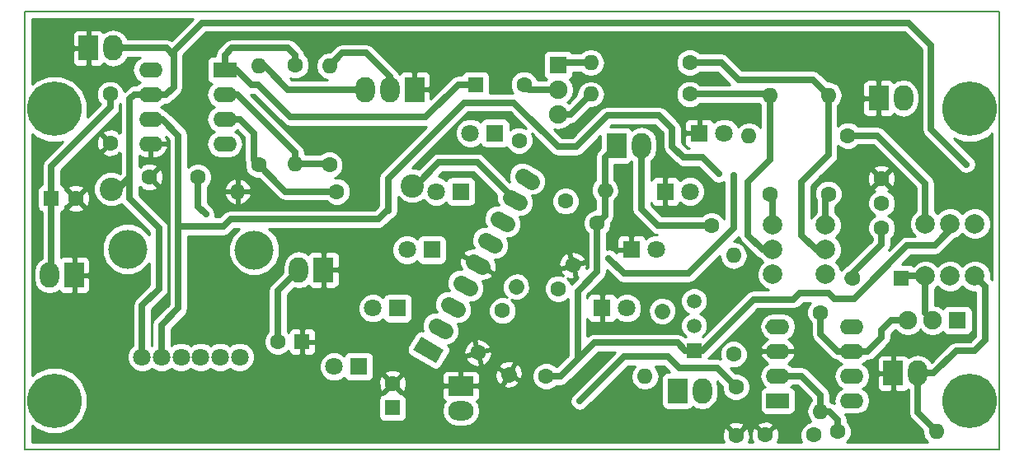
<source format=gbl>
G04 #@! TF.FileFunction,Copper,L2,Bot,Signal*
%FSLAX46Y46*%
G04 Gerber Fmt 4.6, Leading zero omitted, Abs format (unit mm)*
G04 Created by KiCad (PCBNEW 4.0.7) date 03/19/18 22:43:46*
%MOMM*%
%LPD*%
G01*
G04 APERTURE LIST*
%ADD10C,0.100000*%
%ADD11C,0.150000*%
%ADD12C,1.800000*%
%ADD13C,4.000000*%
%ADD14C,2.400000*%
%ADD15C,1.600000*%
%ADD16R,1.800000X1.800000*%
%ADD17O,1.900000X1.900000*%
%ADD18O,1.600000X1.600000*%
%ADD19R,1.600000X1.600000*%
%ADD20R,2.600000X2.000000*%
%ADD21O,2.600000X2.000000*%
%ADD22R,2.000000X2.600000*%
%ADD23O,2.000000X2.600000*%
%ADD24C,1.600000*%
%ADD25C,2.000000*%
%ADD26R,2.400000X1.600000*%
%ADD27O,2.400000X1.600000*%
%ADD28C,5.600000*%
%ADD29C,1.520000*%
%ADD30R,1.520000X1.520000*%
%ADD31C,0.600000*%
%ADD32C,0.700000*%
%ADD33C,0.254000*%
G04 APERTURE END LIST*
D10*
D11*
X118725000Y-73910000D02*
X118725000Y-118910000D01*
X218725000Y-73910000D02*
X118725000Y-73910000D01*
X218725000Y-118910000D02*
X118725000Y-118910000D01*
X218725000Y-73910000D02*
X218725000Y-118910000D01*
D12*
X130745000Y-109420000D03*
X132745000Y-109420000D03*
X134745000Y-109420000D03*
X136745000Y-109420000D03*
X138745000Y-109420000D03*
X140745000Y-109420000D03*
D13*
X129245000Y-98320000D03*
X142245000Y-98420000D03*
D14*
X158470000Y-91795000D03*
X127570000Y-92145000D03*
D15*
X206670000Y-96145000D03*
X206670000Y-93605000D03*
X206670000Y-91065000D03*
D16*
X173470000Y-79395000D03*
D17*
X173470000Y-81935000D03*
X173470000Y-84475000D03*
D16*
X214470000Y-105645000D03*
D17*
X211930000Y-105645000D03*
X209390000Y-105645000D03*
D15*
X200420000Y-104845000D03*
D18*
X200420000Y-115005000D03*
D19*
X156470000Y-114645000D03*
D15*
X156470000Y-112145000D03*
D19*
X164970000Y-81395000D03*
D15*
X169970000Y-81395000D03*
X177470000Y-95645000D03*
X174970000Y-99975127D03*
D19*
X208720000Y-101295000D03*
D15*
X203720000Y-101295000D03*
X167720000Y-104645000D03*
X165220000Y-108975127D03*
D19*
X147170000Y-107845000D03*
D15*
X144670000Y-107845000D03*
D19*
X121420000Y-93095000D03*
D15*
X123920000Y-93095000D03*
X131470000Y-90895000D03*
X136470000Y-90895000D03*
X127470000Y-82395000D03*
X127470000Y-87395000D03*
X191720000Y-117495000D03*
X191720000Y-112495000D03*
X199720000Y-117445000D03*
X194720000Y-117445000D03*
D16*
X177970000Y-104395000D03*
D12*
X180510000Y-104395000D03*
D16*
X187970000Y-86395000D03*
D12*
X190510000Y-86395000D03*
D16*
X184470000Y-92395000D03*
D12*
X187010000Y-92395000D03*
D16*
X180970000Y-98395000D03*
D12*
X183510000Y-98395000D03*
D16*
X152970000Y-110395000D03*
D12*
X150430000Y-110395000D03*
D16*
X156970000Y-104395000D03*
D12*
X154430000Y-104395000D03*
D16*
X160470000Y-98395000D03*
D12*
X157930000Y-98395000D03*
D16*
X163470000Y-92395000D03*
D12*
X160930000Y-92395000D03*
D16*
X166970000Y-86395000D03*
D12*
X164430000Y-86395000D03*
D20*
X163470000Y-112395000D03*
D21*
X163470000Y-114935000D03*
D22*
X158720000Y-81895000D03*
D23*
X156180000Y-81895000D03*
X153640000Y-81895000D03*
D22*
X185720000Y-112895000D03*
D23*
X188260000Y-112895000D03*
D22*
X179470000Y-87645000D03*
D23*
X182010000Y-87645000D03*
D22*
X149370000Y-100445000D03*
D23*
X146830000Y-100445000D03*
D22*
X123770000Y-100995000D03*
D23*
X121230000Y-100995000D03*
D22*
X125220000Y-77645000D03*
D23*
X127760000Y-77645000D03*
D22*
X207870000Y-111095000D03*
D23*
X210410000Y-111095000D03*
D22*
X206370000Y-82795000D03*
D23*
X208910000Y-82795000D03*
D15*
X172220000Y-111395000D03*
D18*
X182380000Y-111395000D03*
D15*
X203220000Y-86645000D03*
D18*
X193060000Y-86645000D03*
D15*
X149970000Y-89645000D03*
D18*
X149970000Y-79485000D03*
D15*
X142720000Y-89645000D03*
D18*
X142720000Y-79485000D03*
D15*
X191470000Y-109145000D03*
D18*
X191470000Y-98985000D03*
D15*
X150720000Y-92395000D03*
D18*
X140560000Y-92395000D03*
D15*
X146470000Y-79395000D03*
D18*
X146470000Y-89555000D03*
D15*
X189220000Y-95895000D03*
D24*
X184140000Y-104693818D02*
X184140000Y-104693818D01*
D15*
X186970000Y-79145000D03*
D18*
X176810000Y-79145000D03*
D15*
X186970000Y-82395000D03*
D18*
X176810000Y-82395000D03*
D15*
X173470000Y-102395000D03*
D24*
X168390000Y-111193818D02*
X168390000Y-111193818D01*
D15*
X201220000Y-92645000D03*
D18*
X201220000Y-82485000D03*
D15*
X195220000Y-92645000D03*
D18*
X195220000Y-82485000D03*
D15*
X169470000Y-87145000D03*
D24*
X178268818Y-92225000D02*
X178268818Y-92225000D01*
D15*
X202170000Y-117095000D03*
D18*
X212330000Y-117095000D03*
D15*
X174220000Y-93395000D03*
D24*
X169140000Y-102193818D02*
X169140000Y-102193818D01*
D25*
X213720000Y-95695000D03*
X213720000Y-101095000D03*
X211180000Y-101095000D03*
X211180000Y-95695000D03*
X216260000Y-95695000D03*
X216260000Y-101095000D03*
X200920000Y-98395000D03*
X195520000Y-98395000D03*
X195520000Y-95855000D03*
X200920000Y-95855000D03*
X200920000Y-100935000D03*
X195520000Y-100935000D03*
D26*
X139220000Y-79895000D03*
D27*
X131600000Y-87515000D03*
X139220000Y-82435000D03*
X131600000Y-84975000D03*
X139220000Y-84975000D03*
X131600000Y-82435000D03*
X139220000Y-87515000D03*
X131600000Y-79895000D03*
D10*
G36*
X158570866Y-108711638D02*
X159370866Y-107325998D01*
X161709134Y-108675998D01*
X160909134Y-110061638D01*
X158570866Y-108711638D01*
X158570866Y-108711638D01*
G37*
D24*
X160933686Y-106219114D02*
X161886314Y-106769114D01*
X162203686Y-104019409D02*
X163156314Y-104569409D01*
X163473686Y-101819705D02*
X164426314Y-102369705D01*
X164743686Y-99620000D02*
X165696314Y-100170000D01*
X166013686Y-97420295D02*
X166966314Y-97970295D01*
X167283686Y-95220591D02*
X168236314Y-95770591D01*
X168553686Y-93020886D02*
X169506314Y-93570886D01*
X169823686Y-90821182D02*
X170776314Y-91371182D01*
D26*
X196020000Y-113895000D03*
D27*
X203640000Y-106275000D03*
X196020000Y-111355000D03*
X203640000Y-108815000D03*
X196020000Y-108815000D03*
X203640000Y-111355000D03*
X196020000Y-106275000D03*
X203640000Y-113895000D03*
D28*
X215720000Y-83895000D03*
X121720000Y-83895000D03*
X121720000Y-113895000D03*
X215720000Y-113895000D03*
D29*
X187420000Y-106205000D03*
X187420000Y-103665000D03*
D30*
X187420000Y-108745000D03*
D31*
X175670000Y-113945000D03*
X137270000Y-94745000D03*
X215370000Y-89595000D03*
X191470000Y-90745000D03*
X178670000Y-99295000D03*
X189970000Y-90595000D03*
D32*
X187420000Y-108745000D02*
X186520000Y-108745000D01*
X177170000Y-107945000D02*
X175220000Y-109895000D01*
X185720000Y-107945000D02*
X177170000Y-107945000D01*
X186520000Y-108745000D02*
X185720000Y-107945000D01*
X187420000Y-108745000D02*
X188320000Y-108745000D01*
X212120000Y-97945000D02*
X214220000Y-95845000D01*
X209320000Y-97945000D02*
X212120000Y-97945000D01*
X203870000Y-103395000D02*
X209320000Y-97945000D01*
X201820000Y-103395000D02*
X203870000Y-103395000D01*
X201270000Y-102845000D02*
X201820000Y-103395000D01*
X198270000Y-102845000D02*
X201270000Y-102845000D01*
X197620000Y-103495000D02*
X198270000Y-102845000D01*
X193570000Y-103495000D02*
X197620000Y-103495000D01*
X189170000Y-107895000D02*
X193570000Y-103495000D01*
X188320000Y-108745000D02*
X189170000Y-107895000D01*
X178268818Y-92225000D02*
X178268818Y-88846182D01*
X178268818Y-88846182D02*
X179470000Y-87645000D01*
X177470000Y-95645000D02*
X177470000Y-100645000D01*
X175470000Y-102645000D02*
X175470000Y-109645000D01*
X177470000Y-100645000D02*
X175470000Y-102645000D01*
X175470000Y-109645000D02*
X175470000Y-109395000D01*
X175470000Y-109395000D02*
X175470000Y-109645000D01*
X178268818Y-92225000D02*
X178268818Y-94846182D01*
X178268818Y-94846182D02*
X177470000Y-95645000D01*
X175470000Y-109645000D02*
X175220000Y-109895000D01*
X173720000Y-111395000D02*
X175220000Y-109895000D01*
X172220000Y-111395000D02*
X173720000Y-111395000D01*
X165300127Y-99975127D02*
X165220000Y-99895000D01*
X180220000Y-109395000D02*
X184720000Y-109395000D01*
X180220000Y-109395000D02*
X175670000Y-113945000D01*
X189770000Y-110545000D02*
X191720000Y-112495000D01*
X185870000Y-110545000D02*
X189770000Y-110545000D01*
X184720000Y-109395000D02*
X185870000Y-110545000D01*
X191720000Y-112495000D02*
X191770000Y-112495000D01*
X195090000Y-106275000D02*
X196020000Y-106275000D01*
X144670000Y-107845000D02*
X144670000Y-102605000D01*
X144670000Y-102605000D02*
X146830000Y-100445000D01*
X136470000Y-90895000D02*
X136470000Y-93945000D01*
X136470000Y-93945000D02*
X137270000Y-94745000D01*
X164970000Y-81395000D02*
X163220000Y-81395000D01*
X141970000Y-81445000D02*
X140420000Y-79895000D01*
X142670000Y-81445000D02*
X141970000Y-81445000D01*
X145970000Y-84745000D02*
X142670000Y-81445000D01*
X159870000Y-84745000D02*
X145970000Y-84745000D01*
X163220000Y-81395000D02*
X159870000Y-84745000D01*
X140420000Y-79895000D02*
X139220000Y-79895000D01*
X146470000Y-79395000D02*
X146470000Y-78395000D01*
X139220000Y-78395000D02*
X139220000Y-79895000D01*
X139970000Y-77645000D02*
X139220000Y-78395000D01*
X145720000Y-77645000D02*
X139970000Y-77645000D01*
X146470000Y-78395000D02*
X145720000Y-77645000D01*
X173470000Y-81935000D02*
X170510000Y-81935000D01*
X170510000Y-81935000D02*
X169970000Y-81395000D01*
X121420000Y-93095000D02*
X121420000Y-100805000D01*
X121420000Y-100805000D02*
X121230000Y-100995000D01*
X121420000Y-93095000D02*
X121420000Y-89795000D01*
X127470000Y-83745000D02*
X127470000Y-82395000D01*
X121420000Y-89795000D02*
X127470000Y-83745000D01*
X211180000Y-101095000D02*
X208920000Y-101095000D01*
X208920000Y-101095000D02*
X208720000Y-101295000D01*
X211180000Y-101095000D02*
X211180000Y-104895000D01*
X211180000Y-104895000D02*
X211930000Y-105645000D01*
X203720000Y-101295000D02*
X203220000Y-101295000D01*
X203220000Y-101295000D02*
X206670000Y-97845000D01*
X206670000Y-97845000D02*
X206670000Y-96145000D01*
X151310000Y-78145000D02*
X149970000Y-79485000D01*
X153720000Y-78145000D02*
X151310000Y-78145000D01*
X156180000Y-80605000D02*
X153720000Y-78145000D01*
X156180000Y-81895000D02*
X156180000Y-80605000D01*
X143310000Y-79485000D02*
X142720000Y-79485000D01*
X145720000Y-81895000D02*
X143310000Y-79485000D01*
X153640000Y-81895000D02*
X145720000Y-81895000D01*
X182010000Y-87645000D02*
X182010000Y-94185000D01*
X183720000Y-95895000D02*
X189220000Y-95895000D01*
X182010000Y-94185000D02*
X183720000Y-95895000D01*
X133770000Y-78195000D02*
X133970000Y-78195000D01*
X136920000Y-75045000D02*
X133770000Y-78195000D01*
X209470000Y-75045000D02*
X136920000Y-75045000D01*
X211770000Y-77345000D02*
X209470000Y-75045000D01*
X211770000Y-85995000D02*
X211770000Y-77345000D01*
X213120000Y-87345000D02*
X211770000Y-85995000D01*
X215370000Y-89595000D02*
X213120000Y-87345000D01*
X127570000Y-92145000D02*
X128270000Y-92145000D01*
X128270000Y-92145000D02*
X129470000Y-90945000D01*
X127760000Y-77645000D02*
X133220000Y-77645000D01*
X133180000Y-82435000D02*
X131600000Y-82435000D01*
X133970000Y-81645000D02*
X133180000Y-82435000D01*
X133970000Y-78395000D02*
X133970000Y-78195000D01*
X133970000Y-78195000D02*
X133970000Y-81645000D01*
X133220000Y-77645000D02*
X133970000Y-78395000D01*
X131600000Y-82435000D02*
X129930000Y-82435000D01*
X130745000Y-104120000D02*
X130745000Y-109420000D01*
X132470000Y-102395000D02*
X130745000Y-104120000D01*
X132470000Y-96145000D02*
X132470000Y-102395000D01*
X129470000Y-93145000D02*
X132470000Y-96145000D01*
X129470000Y-82895000D02*
X129470000Y-90945000D01*
X129470000Y-90945000D02*
X129470000Y-93145000D01*
X129930000Y-82435000D02*
X129470000Y-82895000D01*
X212330000Y-117095000D02*
X212330000Y-117055000D01*
X212330000Y-117055000D02*
X210410000Y-115135000D01*
X210410000Y-115135000D02*
X210410000Y-111095000D01*
X210410000Y-111095000D02*
X212020000Y-111095000D01*
X217320000Y-102155000D02*
X216260000Y-101095000D01*
X217320000Y-107695000D02*
X217320000Y-102155000D01*
X216220000Y-108795000D02*
X217320000Y-107695000D01*
X214320000Y-108795000D02*
X216220000Y-108795000D01*
X212020000Y-111095000D02*
X214320000Y-108795000D01*
X158820000Y-91795000D02*
X161220000Y-89395000D01*
X165129114Y-89395000D02*
X169030000Y-93295886D01*
X161220000Y-89395000D02*
X165129114Y-89395000D01*
X158470000Y-91795000D02*
X158820000Y-91795000D01*
X191470000Y-96195000D02*
X191470000Y-90745000D01*
X186820000Y-100845000D02*
X191470000Y-96195000D01*
X180220000Y-100845000D02*
X186820000Y-100845000D01*
X178670000Y-99295000D02*
X180220000Y-100845000D01*
X176810000Y-79145000D02*
X173720000Y-79145000D01*
X173720000Y-79145000D02*
X173470000Y-79395000D01*
X173470000Y-84475000D02*
X174730000Y-84475000D01*
X174730000Y-84475000D02*
X176810000Y-82395000D01*
X203640000Y-108815000D02*
X202190000Y-108815000D01*
X200420000Y-107045000D02*
X200420000Y-104845000D01*
X202190000Y-108815000D02*
X200420000Y-107045000D01*
X209390000Y-105645000D02*
X207670000Y-105645000D01*
X205250000Y-108815000D02*
X203640000Y-108815000D01*
X206670000Y-107395000D02*
X205250000Y-108815000D01*
X206670000Y-106645000D02*
X206670000Y-107395000D01*
X207670000Y-105645000D02*
X206670000Y-106645000D01*
X203640000Y-108815000D02*
X204350000Y-108815000D01*
X209390000Y-105975000D02*
X209390000Y-105645000D01*
X203220000Y-86645000D02*
X206220000Y-86645000D01*
X206220000Y-86645000D02*
X211180000Y-91605000D01*
X211180000Y-91605000D02*
X211180000Y-95695000D01*
X146470000Y-89555000D02*
X149880000Y-89555000D01*
X149880000Y-89555000D02*
X149970000Y-89645000D01*
X139220000Y-82435000D02*
X140510000Y-82435000D01*
X146470000Y-88395000D02*
X146470000Y-89555000D01*
X140510000Y-82435000D02*
X146470000Y-88395000D01*
X150720000Y-92395000D02*
X145470000Y-92395000D01*
X145470000Y-92395000D02*
X142220000Y-89145000D01*
X142220000Y-89145000D02*
X142220000Y-86395000D01*
X142220000Y-86395000D02*
X140800000Y-84975000D01*
X140800000Y-84975000D02*
X139220000Y-84975000D01*
X201220000Y-82485000D02*
X201220000Y-88645000D01*
X201220000Y-88645000D02*
X198470000Y-91395000D01*
X198470000Y-91395000D02*
X198470000Y-96895000D01*
X198470000Y-96895000D02*
X199970000Y-98395000D01*
X186970000Y-79145000D02*
X190220000Y-79145000D01*
X199630000Y-80895000D02*
X201220000Y-82485000D01*
X191970000Y-80895000D02*
X199630000Y-80895000D01*
X190220000Y-79145000D02*
X191970000Y-80895000D01*
X195220000Y-82485000D02*
X195220000Y-89145000D01*
X195220000Y-89145000D02*
X192970000Y-91395000D01*
X192970000Y-91395000D02*
X192970000Y-96895000D01*
X192970000Y-96895000D02*
X194470000Y-98395000D01*
X194470000Y-98395000D02*
X195520000Y-98395000D01*
X186970000Y-82395000D02*
X195130000Y-82395000D01*
X195130000Y-82395000D02*
X195220000Y-82485000D01*
X200920000Y-95855000D02*
X200920000Y-92945000D01*
X155020000Y-95245000D02*
X156020000Y-94245000D01*
X139820000Y-95245000D02*
X155020000Y-95245000D01*
X139070000Y-95995000D02*
X139820000Y-95245000D01*
X139070000Y-95995000D02*
X134470000Y-95995000D01*
X156020000Y-94245000D02*
X156020000Y-94345000D01*
X134470000Y-95995000D02*
X134470000Y-104395000D01*
X156020000Y-91045000D02*
X156020000Y-94245000D01*
X195520000Y-95855000D02*
X195520000Y-92945000D01*
X163820000Y-83245000D02*
X156020000Y-91045000D01*
X168920000Y-83245000D02*
X163820000Y-83245000D01*
X173470000Y-87795000D02*
X168920000Y-83245000D01*
X175320000Y-87795000D02*
X173470000Y-87795000D01*
X178520000Y-84595000D02*
X175320000Y-87795000D01*
X183820000Y-84595000D02*
X178520000Y-84595000D01*
X185170000Y-85945000D02*
X183820000Y-84595000D01*
X185170000Y-87745000D02*
X185170000Y-85945000D01*
X186320000Y-88895000D02*
X185170000Y-87745000D01*
X188270000Y-88895000D02*
X186320000Y-88895000D01*
X189970000Y-90595000D02*
X188270000Y-88895000D01*
X200920000Y-92945000D02*
X201220000Y-92645000D01*
X195520000Y-92945000D02*
X195220000Y-92645000D01*
X131600000Y-84975000D02*
X132800000Y-84975000D01*
X132800000Y-84975000D02*
X134470000Y-86645000D01*
X134470000Y-95195000D02*
X134470000Y-95995000D01*
X134470000Y-86645000D02*
X134470000Y-95195000D01*
X134470000Y-104395000D02*
X132745000Y-106120000D01*
X132745000Y-106120000D02*
X132745000Y-109420000D01*
X200420000Y-115005000D02*
X200420000Y-113345000D01*
X198430000Y-111355000D02*
X196020000Y-111355000D01*
X200420000Y-113345000D02*
X198430000Y-111355000D01*
X200420000Y-115005000D02*
X201280000Y-115005000D01*
X202170000Y-115895000D02*
X202170000Y-117095000D01*
X201280000Y-115005000D02*
X202170000Y-115895000D01*
X200420000Y-115005000D02*
X200780000Y-115005000D01*
D33*
G36*
X128485000Y-86344364D02*
X128413014Y-86272378D01*
X128298139Y-86387253D01*
X128224005Y-86141136D01*
X127686777Y-85948035D01*
X127116546Y-85975222D01*
X126715995Y-86141136D01*
X126641861Y-86387255D01*
X127470000Y-87215395D01*
X127484142Y-87201252D01*
X127663748Y-87380858D01*
X127649605Y-87395000D01*
X127663748Y-87409142D01*
X127484142Y-87588748D01*
X127470000Y-87574605D01*
X126641861Y-88402745D01*
X126715995Y-88648864D01*
X127253223Y-88841965D01*
X127823454Y-88814778D01*
X128224005Y-88648864D01*
X128298139Y-88402747D01*
X128413014Y-88517622D01*
X128485000Y-88445636D01*
X128485000Y-90537000D01*
X128484270Y-90537730D01*
X127936605Y-90310319D01*
X127206597Y-90309682D01*
X126531914Y-90588455D01*
X126015270Y-91104199D01*
X125735319Y-91778395D01*
X125734682Y-92508403D01*
X126013455Y-93183086D01*
X126529199Y-93699730D01*
X127203395Y-93979681D01*
X127933403Y-93980318D01*
X128608086Y-93701545D01*
X128651216Y-93658490D01*
X128773500Y-93841500D01*
X131485000Y-96553000D01*
X131485000Y-96841087D01*
X131480147Y-96829342D01*
X130739557Y-96087458D01*
X129771433Y-95685458D01*
X128723166Y-95684543D01*
X127754342Y-96084853D01*
X127012458Y-96825443D01*
X126610458Y-97793567D01*
X126609543Y-98841834D01*
X127009853Y-99810658D01*
X127750443Y-100552542D01*
X128718567Y-100954542D01*
X129766834Y-100955457D01*
X130735658Y-100555147D01*
X131477542Y-99814557D01*
X131485000Y-99796596D01*
X131485000Y-101987000D01*
X130048500Y-103423500D01*
X129834979Y-103743057D01*
X129760000Y-104120000D01*
X129760000Y-108234357D01*
X129444449Y-108549357D01*
X129210267Y-109113330D01*
X129209735Y-109723991D01*
X129442932Y-110288371D01*
X129874357Y-110720551D01*
X130438330Y-110954733D01*
X131048991Y-110955265D01*
X131613371Y-110722068D01*
X131744851Y-110590818D01*
X131874357Y-110720551D01*
X132438330Y-110954733D01*
X133048991Y-110955265D01*
X133613371Y-110722068D01*
X133744851Y-110590818D01*
X133874357Y-110720551D01*
X134438330Y-110954733D01*
X135048991Y-110955265D01*
X135613371Y-110722068D01*
X135744851Y-110590818D01*
X135874357Y-110720551D01*
X136438330Y-110954733D01*
X137048991Y-110955265D01*
X137613371Y-110722068D01*
X137744851Y-110590818D01*
X137874357Y-110720551D01*
X138438330Y-110954733D01*
X139048991Y-110955265D01*
X139613371Y-110722068D01*
X139744851Y-110590818D01*
X139874357Y-110720551D01*
X140438330Y-110954733D01*
X141048991Y-110955265D01*
X141613371Y-110722068D01*
X141636488Y-110698991D01*
X148894735Y-110698991D01*
X149127932Y-111263371D01*
X149559357Y-111695551D01*
X150123330Y-111929733D01*
X150733991Y-111930265D01*
X151298371Y-111697068D01*
X151466613Y-111529120D01*
X151466838Y-111530317D01*
X151605910Y-111746441D01*
X151818110Y-111891431D01*
X152070000Y-111942440D01*
X153870000Y-111942440D01*
X153945556Y-111928223D01*
X155023035Y-111928223D01*
X155050222Y-112498454D01*
X155216136Y-112899005D01*
X155462255Y-112973139D01*
X156290395Y-112145000D01*
X156649605Y-112145000D01*
X157477745Y-112973139D01*
X157723864Y-112899005D01*
X157916965Y-112361777D01*
X157916742Y-112357097D01*
X167865028Y-112357097D01*
X167996325Y-112573762D01*
X168413107Y-112628642D01*
X168960431Y-112510580D01*
X169420912Y-112192053D01*
X169426897Y-111939118D01*
X168436485Y-111367303D01*
X167865028Y-112357097D01*
X157916742Y-112357097D01*
X157889778Y-111791546D01*
X157723864Y-111390995D01*
X157477745Y-111316861D01*
X156649605Y-112145000D01*
X156290395Y-112145000D01*
X155462255Y-111316861D01*
X155216136Y-111390995D01*
X155023035Y-111928223D01*
X153945556Y-111928223D01*
X154105317Y-111898162D01*
X154321441Y-111759090D01*
X154466431Y-111546890D01*
X154517440Y-111295000D01*
X154517440Y-111137255D01*
X155641861Y-111137255D01*
X156470000Y-111965395D01*
X157166703Y-111268691D01*
X161535000Y-111268691D01*
X161535000Y-112109250D01*
X161693750Y-112268000D01*
X163343000Y-112268000D01*
X163343000Y-110918750D01*
X163597000Y-110918750D01*
X163597000Y-112268000D01*
X165246250Y-112268000D01*
X165405000Y-112109250D01*
X165405000Y-111358191D01*
X166964435Y-111358191D01*
X167135852Y-111891219D01*
X167391771Y-112224723D01*
X167645057Y-112230097D01*
X168216515Y-111240303D01*
X168055487Y-111147333D01*
X168563485Y-111147333D01*
X169553897Y-111719147D01*
X169769953Y-111587497D01*
X169815565Y-111029445D01*
X169644148Y-110496417D01*
X169388229Y-110162913D01*
X169134943Y-110157539D01*
X168563485Y-111147333D01*
X168055487Y-111147333D01*
X167226103Y-110668489D01*
X167010047Y-110800139D01*
X166964435Y-111358191D01*
X165405000Y-111358191D01*
X165405000Y-111268691D01*
X165308327Y-111035302D01*
X165129699Y-110856673D01*
X164896310Y-110760000D01*
X163755750Y-110760000D01*
X163597000Y-110918750D01*
X163343000Y-110918750D01*
X163184250Y-110760000D01*
X162043690Y-110760000D01*
X161810301Y-110856673D01*
X161631673Y-111035302D01*
X161535000Y-111268691D01*
X157166703Y-111268691D01*
X157298139Y-111137255D01*
X157224005Y-110891136D01*
X156686777Y-110698035D01*
X156116546Y-110725222D01*
X155715995Y-110891136D01*
X155641861Y-111137255D01*
X154517440Y-111137255D01*
X154517440Y-109495000D01*
X154473162Y-109259683D01*
X154334090Y-109043559D01*
X154121890Y-108898569D01*
X153870000Y-108847560D01*
X152070000Y-108847560D01*
X151834683Y-108891838D01*
X151618559Y-109030910D01*
X151473569Y-109243110D01*
X151469433Y-109263534D01*
X151300643Y-109094449D01*
X150736670Y-108860267D01*
X150126009Y-108859735D01*
X149561629Y-109092932D01*
X149129449Y-109524357D01*
X148895267Y-110088330D01*
X148894735Y-110698991D01*
X141636488Y-110698991D01*
X142045551Y-110290643D01*
X142279733Y-109726670D01*
X142280265Y-109116009D01*
X142047068Y-108551629D01*
X141625364Y-108129187D01*
X143234752Y-108129187D01*
X143452757Y-108656800D01*
X143856077Y-109060824D01*
X144383309Y-109279750D01*
X144954187Y-109280248D01*
X145481800Y-109062243D01*
X145746187Y-108798317D01*
X145831673Y-109004699D01*
X146010302Y-109183327D01*
X146243691Y-109280000D01*
X146884250Y-109280000D01*
X147043000Y-109121250D01*
X147043000Y-107972000D01*
X147297000Y-107972000D01*
X147297000Y-109121250D01*
X147455750Y-109280000D01*
X148096309Y-109280000D01*
X148329698Y-109183327D01*
X148508327Y-109004699D01*
X148605000Y-108771310D01*
X148605000Y-108613847D01*
X157930854Y-108613847D01*
X157943232Y-108870552D01*
X158054507Y-109102217D01*
X158247146Y-109272337D01*
X160585414Y-110622337D01*
X160811343Y-110701650D01*
X161068048Y-110689272D01*
X161299713Y-110577997D01*
X161414056Y-110448518D01*
X167353103Y-110448518D01*
X168343515Y-111020333D01*
X168914972Y-110030539D01*
X168783675Y-109813874D01*
X168366893Y-109758994D01*
X167819569Y-109877056D01*
X167359088Y-110195583D01*
X167353103Y-110448518D01*
X161414056Y-110448518D01*
X161469833Y-110385358D01*
X161874760Y-109684003D01*
X163940080Y-109684003D01*
X164308783Y-110119847D01*
X164816211Y-110381417D01*
X165246055Y-110438008D01*
X165433318Y-110261929D01*
X165130197Y-109130670D01*
X163998938Y-109433790D01*
X163940080Y-109684003D01*
X161874760Y-109684003D01*
X162268987Y-109001182D01*
X163757119Y-109001182D01*
X163933198Y-109188445D01*
X164394160Y-109064930D01*
X165375543Y-109064930D01*
X165678663Y-110196189D01*
X165928876Y-110255047D01*
X166364720Y-109886344D01*
X166626290Y-109378916D01*
X166682881Y-108949072D01*
X166506802Y-108761809D01*
X165375543Y-109064930D01*
X164394160Y-109064930D01*
X165064457Y-108885324D01*
X164761337Y-107754065D01*
X164511124Y-107695207D01*
X164075280Y-108063910D01*
X163813710Y-108571338D01*
X163757119Y-109001182D01*
X162268987Y-109001182D01*
X162269833Y-108999718D01*
X162349146Y-108773789D01*
X162336768Y-108517084D01*
X162225493Y-108285419D01*
X162113293Y-108186335D01*
X162291397Y-108174661D01*
X162793564Y-107927020D01*
X163002894Y-107688325D01*
X165006682Y-107688325D01*
X165309803Y-108819584D01*
X166441062Y-108516464D01*
X166499920Y-108266251D01*
X166131217Y-107830407D01*
X165623789Y-107568837D01*
X165193945Y-107512246D01*
X165006682Y-107688325D01*
X163002894Y-107688325D01*
X163162738Y-107506058D01*
X163342715Y-106975863D01*
X163306095Y-106417153D01*
X163102849Y-106005011D01*
X163561397Y-105974956D01*
X164063564Y-105727315D01*
X164432738Y-105306353D01*
X164560768Y-104929187D01*
X166284752Y-104929187D01*
X166502757Y-105456800D01*
X166906077Y-105860824D01*
X167433309Y-106079750D01*
X168004187Y-106080248D01*
X168531800Y-105862243D01*
X168935824Y-105458923D01*
X169154750Y-104931691D01*
X169155248Y-104360813D01*
X168937243Y-103833200D01*
X168646155Y-103541604D01*
X168938627Y-103640887D01*
X169497337Y-103604271D01*
X169999507Y-103356634D01*
X170368684Y-102935675D01*
X170396798Y-102886981D01*
X170576779Y-102356787D01*
X170540163Y-101798077D01*
X170292526Y-101295908D01*
X169871567Y-100926730D01*
X169341373Y-100746749D01*
X168782662Y-100783365D01*
X168280493Y-101031002D01*
X167911316Y-101451962D01*
X167883202Y-101500655D01*
X167703221Y-102030849D01*
X167739837Y-102589559D01*
X167987474Y-103091729D01*
X168226869Y-103301676D01*
X168006691Y-103210250D01*
X167435813Y-103209752D01*
X166908200Y-103427757D01*
X166504176Y-103831077D01*
X166285250Y-104358309D01*
X166284752Y-104929187D01*
X164560768Y-104929187D01*
X164612715Y-104776158D01*
X164576095Y-104217448D01*
X164372850Y-103805307D01*
X164831397Y-103775252D01*
X165333564Y-103527611D01*
X165702738Y-103106649D01*
X165882715Y-102576454D01*
X165846095Y-102017744D01*
X165643981Y-101607896D01*
X166190391Y-101523233D01*
X166670641Y-101231150D01*
X166727219Y-101168229D01*
X166732593Y-100914943D01*
X165266485Y-100068485D01*
X165256485Y-100085806D01*
X165036515Y-99958806D01*
X165046515Y-99941485D01*
X163580407Y-99095028D01*
X163363742Y-99226325D01*
X163337540Y-99306783D01*
X163324713Y-99868733D01*
X163524598Y-100384270D01*
X163068603Y-100414158D01*
X162566436Y-100661799D01*
X162197262Y-101082761D01*
X162017285Y-101612956D01*
X162053905Y-102171666D01*
X162257150Y-102583807D01*
X161798603Y-102613862D01*
X161296436Y-102861503D01*
X160927262Y-103282465D01*
X160747285Y-103812660D01*
X160783905Y-104371370D01*
X160987151Y-104783512D01*
X160528603Y-104813567D01*
X160026436Y-105061208D01*
X159657262Y-105482170D01*
X159477285Y-106012365D01*
X159513905Y-106571075D01*
X159591910Y-106729254D01*
X159468657Y-106685986D01*
X159211952Y-106698364D01*
X158980287Y-106809639D01*
X158810167Y-107002278D01*
X158010167Y-108387918D01*
X157930854Y-108613847D01*
X148605000Y-108613847D01*
X148605000Y-108130750D01*
X148446250Y-107972000D01*
X147297000Y-107972000D01*
X147043000Y-107972000D01*
X147023000Y-107972000D01*
X147023000Y-107718000D01*
X147043000Y-107718000D01*
X147043000Y-106568750D01*
X147297000Y-106568750D01*
X147297000Y-107718000D01*
X148446250Y-107718000D01*
X148605000Y-107559250D01*
X148605000Y-106918690D01*
X148508327Y-106685301D01*
X148329698Y-106506673D01*
X148096309Y-106410000D01*
X147455750Y-106410000D01*
X147297000Y-106568750D01*
X147043000Y-106568750D01*
X146884250Y-106410000D01*
X146243691Y-106410000D01*
X146010302Y-106506673D01*
X145831673Y-106685301D01*
X145746124Y-106891835D01*
X145655000Y-106800552D01*
X145655000Y-104698991D01*
X152894735Y-104698991D01*
X153127932Y-105263371D01*
X153559357Y-105695551D01*
X154123330Y-105929733D01*
X154733991Y-105930265D01*
X155298371Y-105697068D01*
X155466613Y-105529120D01*
X155466838Y-105530317D01*
X155605910Y-105746441D01*
X155818110Y-105891431D01*
X156070000Y-105942440D01*
X157870000Y-105942440D01*
X158105317Y-105898162D01*
X158321441Y-105759090D01*
X158466431Y-105546890D01*
X158517440Y-105295000D01*
X158517440Y-103495000D01*
X158473162Y-103259683D01*
X158334090Y-103043559D01*
X158121890Y-102898569D01*
X157870000Y-102847560D01*
X156070000Y-102847560D01*
X155834683Y-102891838D01*
X155618559Y-103030910D01*
X155473569Y-103243110D01*
X155469433Y-103263534D01*
X155300643Y-103094449D01*
X154736670Y-102860267D01*
X154126009Y-102859735D01*
X153561629Y-103092932D01*
X153129449Y-103524357D01*
X152895267Y-104088330D01*
X152894735Y-104698991D01*
X145655000Y-104698991D01*
X145655000Y-103013000D01*
X146346304Y-102321696D01*
X146830000Y-102417909D01*
X147455687Y-102293452D01*
X147811406Y-102055769D01*
X147831673Y-102104699D01*
X148010302Y-102283327D01*
X148243691Y-102380000D01*
X149084250Y-102380000D01*
X149243000Y-102221250D01*
X149243000Y-100572000D01*
X149497000Y-100572000D01*
X149497000Y-102221250D01*
X149655750Y-102380000D01*
X150496309Y-102380000D01*
X150729698Y-102283327D01*
X150908327Y-102104699D01*
X151005000Y-101871310D01*
X151005000Y-100730750D01*
X150846250Y-100572000D01*
X149497000Y-100572000D01*
X149243000Y-100572000D01*
X149223000Y-100572000D01*
X149223000Y-100318000D01*
X149243000Y-100318000D01*
X149243000Y-98668750D01*
X149497000Y-98668750D01*
X149497000Y-100318000D01*
X150846250Y-100318000D01*
X151005000Y-100159250D01*
X151005000Y-99018690D01*
X150908327Y-98785301D01*
X150822017Y-98698991D01*
X156394735Y-98698991D01*
X156627932Y-99263371D01*
X157059357Y-99695551D01*
X157623330Y-99929733D01*
X158233991Y-99930265D01*
X158798371Y-99697068D01*
X158966613Y-99529120D01*
X158966838Y-99530317D01*
X159105910Y-99746441D01*
X159318110Y-99891431D01*
X159570000Y-99942440D01*
X161370000Y-99942440D01*
X161605317Y-99898162D01*
X161821441Y-99759090D01*
X161966431Y-99546890D01*
X162017440Y-99295000D01*
X162017440Y-97495000D01*
X161973162Y-97259683D01*
X161834090Y-97043559D01*
X161621890Y-96898569D01*
X161370000Y-96847560D01*
X159570000Y-96847560D01*
X159334683Y-96891838D01*
X159118559Y-97030910D01*
X158973569Y-97243110D01*
X158969433Y-97263534D01*
X158800643Y-97094449D01*
X158236670Y-96860267D01*
X157626009Y-96859735D01*
X157061629Y-97092932D01*
X156629449Y-97524357D01*
X156395267Y-98088330D01*
X156394735Y-98698991D01*
X150822017Y-98698991D01*
X150729698Y-98606673D01*
X150496309Y-98510000D01*
X149655750Y-98510000D01*
X149497000Y-98668750D01*
X149243000Y-98668750D01*
X149084250Y-98510000D01*
X148243691Y-98510000D01*
X148010302Y-98606673D01*
X147831673Y-98785301D01*
X147811406Y-98834231D01*
X147455687Y-98596548D01*
X146830000Y-98472091D01*
X146204313Y-98596548D01*
X145673880Y-98950971D01*
X145319457Y-99481404D01*
X145195000Y-100107091D01*
X145195000Y-100687000D01*
X143973500Y-101908500D01*
X143759979Y-102228057D01*
X143685000Y-102605000D01*
X143685000Y-106800655D01*
X143454176Y-107031077D01*
X143235250Y-107558309D01*
X143234752Y-108129187D01*
X141625364Y-108129187D01*
X141615643Y-108119449D01*
X141051670Y-107885267D01*
X140441009Y-107884735D01*
X139876629Y-108117932D01*
X139745149Y-108249182D01*
X139615643Y-108119449D01*
X139051670Y-107885267D01*
X138441009Y-107884735D01*
X137876629Y-108117932D01*
X137745149Y-108249182D01*
X137615643Y-108119449D01*
X137051670Y-107885267D01*
X136441009Y-107884735D01*
X135876629Y-108117932D01*
X135745149Y-108249182D01*
X135615643Y-108119449D01*
X135051670Y-107885267D01*
X134441009Y-107884735D01*
X133876629Y-108117932D01*
X133745149Y-108249182D01*
X133730000Y-108234006D01*
X133730000Y-106528000D01*
X135166500Y-105091500D01*
X135380021Y-104771943D01*
X135394532Y-104698991D01*
X135455000Y-104395000D01*
X135455000Y-96980000D01*
X139070000Y-96980000D01*
X139446943Y-96905021D01*
X139766500Y-96691500D01*
X140228000Y-96230000D01*
X140709116Y-96230000D01*
X140012458Y-96925443D01*
X139610458Y-97893567D01*
X139609543Y-98941834D01*
X140009853Y-99910658D01*
X140750443Y-100652542D01*
X141718567Y-101054542D01*
X142766834Y-101055457D01*
X143735658Y-100655147D01*
X144477542Y-99914557D01*
X144879542Y-98946433D01*
X144880457Y-97898166D01*
X144480147Y-96929342D01*
X143782025Y-96230000D01*
X155020000Y-96230000D01*
X155396943Y-96155021D01*
X155716500Y-95941500D01*
X156415133Y-95242867D01*
X156716500Y-95041500D01*
X156930021Y-94721943D01*
X157005000Y-94345000D01*
X157005000Y-92924791D01*
X157429199Y-93349730D01*
X158103395Y-93629681D01*
X158833403Y-93630318D01*
X159508086Y-93351545D01*
X159618728Y-93241096D01*
X159627932Y-93263371D01*
X160059357Y-93695551D01*
X160623330Y-93929733D01*
X161233991Y-93930265D01*
X161798371Y-93697068D01*
X161966613Y-93529120D01*
X161966838Y-93530317D01*
X162105910Y-93746441D01*
X162318110Y-93891431D01*
X162570000Y-93942440D01*
X164370000Y-93942440D01*
X164605317Y-93898162D01*
X164821441Y-93759090D01*
X164966431Y-93546890D01*
X165017440Y-93295000D01*
X165017440Y-91495000D01*
X164973162Y-91259683D01*
X164834090Y-91043559D01*
X164621890Y-90898569D01*
X164370000Y-90847560D01*
X162570000Y-90847560D01*
X162334683Y-90891838D01*
X162118559Y-91030910D01*
X161973569Y-91243110D01*
X161969433Y-91263534D01*
X161800643Y-91094449D01*
X161236670Y-90860267D01*
X161147810Y-90860190D01*
X161628000Y-90380000D01*
X164721114Y-90380000D01*
X167111975Y-92770861D01*
X167097285Y-92814137D01*
X167133905Y-93372847D01*
X167337151Y-93784989D01*
X166878603Y-93815044D01*
X166376436Y-94062685D01*
X166007262Y-94483647D01*
X165827285Y-95013842D01*
X165863905Y-95572552D01*
X166067150Y-95984693D01*
X165608603Y-96014748D01*
X165106436Y-96262389D01*
X164737262Y-96683351D01*
X164557285Y-97213546D01*
X164593905Y-97772256D01*
X164796019Y-98182104D01*
X164249609Y-98266767D01*
X163769359Y-98558850D01*
X163712781Y-98621771D01*
X163707407Y-98875057D01*
X165173515Y-99721515D01*
X165183515Y-99704194D01*
X165403485Y-99831194D01*
X165393485Y-99848515D01*
X166859593Y-100694972D01*
X167076258Y-100563675D01*
X167102460Y-100483217D01*
X167113462Y-100001182D01*
X173507119Y-100001182D01*
X173683198Y-100188445D01*
X174814457Y-99885324D01*
X174511337Y-98754065D01*
X174261124Y-98695207D01*
X173825280Y-99063910D01*
X173563710Y-99571338D01*
X173507119Y-100001182D01*
X167113462Y-100001182D01*
X167115287Y-99921267D01*
X166915402Y-99405730D01*
X167371397Y-99375842D01*
X167873564Y-99128201D01*
X168242738Y-98707239D01*
X168249158Y-98688325D01*
X174756682Y-98688325D01*
X175059803Y-99819584D01*
X176191062Y-99516464D01*
X176249920Y-99266251D01*
X175881217Y-98830407D01*
X175373789Y-98568837D01*
X174943945Y-98512246D01*
X174756682Y-98688325D01*
X168249158Y-98688325D01*
X168422715Y-98177044D01*
X168386095Y-97618334D01*
X168182850Y-97206193D01*
X168641397Y-97176138D01*
X169143564Y-96928497D01*
X169512738Y-96507535D01*
X169692715Y-95977340D01*
X169656095Y-95418630D01*
X169452849Y-95006488D01*
X169911397Y-94976433D01*
X170413564Y-94728792D01*
X170782738Y-94307830D01*
X170962715Y-93777635D01*
X170956263Y-93679187D01*
X172784752Y-93679187D01*
X173002757Y-94206800D01*
X173406077Y-94610824D01*
X173933309Y-94829750D01*
X174504187Y-94830248D01*
X175031800Y-94612243D01*
X175435824Y-94208923D01*
X175654750Y-93681691D01*
X175655248Y-93110813D01*
X175437243Y-92583200D01*
X175033923Y-92179176D01*
X174506691Y-91960250D01*
X173935813Y-91959752D01*
X173408200Y-92177757D01*
X173004176Y-92581077D01*
X172785250Y-93108309D01*
X172784752Y-93679187D01*
X170956263Y-93679187D01*
X170926095Y-93218925D01*
X170722850Y-92806784D01*
X171181397Y-92776729D01*
X171683564Y-92529088D01*
X172052738Y-92108126D01*
X172232715Y-91577931D01*
X172196095Y-91019221D01*
X171948454Y-90517054D01*
X171527492Y-90147879D01*
X170507508Y-89558992D01*
X169977313Y-89379015D01*
X169418603Y-89415635D01*
X168916436Y-89663276D01*
X168547262Y-90084238D01*
X168367285Y-90614433D01*
X168403905Y-91173143D01*
X168504749Y-91377635D01*
X165825614Y-88698500D01*
X165506057Y-88484979D01*
X165129114Y-88410000D01*
X161220000Y-88410000D01*
X160843057Y-88484979D01*
X160523500Y-88698500D01*
X159136962Y-90085038D01*
X158836605Y-89960319D01*
X158497976Y-89960024D01*
X164228000Y-84230000D01*
X168512000Y-84230000D01*
X170159519Y-85877519D01*
X169756691Y-85710250D01*
X169185813Y-85709752D01*
X168658200Y-85927757D01*
X168517440Y-86068272D01*
X168517440Y-85495000D01*
X168473162Y-85259683D01*
X168334090Y-85043559D01*
X168121890Y-84898569D01*
X167870000Y-84847560D01*
X166070000Y-84847560D01*
X165834683Y-84891838D01*
X165618559Y-85030910D01*
X165473569Y-85243110D01*
X165469433Y-85263534D01*
X165300643Y-85094449D01*
X164736670Y-84860267D01*
X164126009Y-84859735D01*
X163561629Y-85092932D01*
X163129449Y-85524357D01*
X162895267Y-86088330D01*
X162894735Y-86698991D01*
X163127932Y-87263371D01*
X163559357Y-87695551D01*
X164123330Y-87929733D01*
X164733991Y-87930265D01*
X165298371Y-87697068D01*
X165466613Y-87529120D01*
X165466838Y-87530317D01*
X165605910Y-87746441D01*
X165818110Y-87891431D01*
X166070000Y-87942440D01*
X167870000Y-87942440D01*
X168105317Y-87898162D01*
X168202649Y-87835530D01*
X168252757Y-87956800D01*
X168656077Y-88360824D01*
X169183309Y-88579750D01*
X169754187Y-88580248D01*
X170281800Y-88362243D01*
X170685824Y-87958923D01*
X170904750Y-87431691D01*
X170905248Y-86860813D01*
X170737971Y-86455971D01*
X172773500Y-88491500D01*
X173093057Y-88705021D01*
X173470000Y-88780000D01*
X175320000Y-88780000D01*
X175696943Y-88705021D01*
X176016500Y-88491500D01*
X177822560Y-86685440D01*
X177822560Y-87899440D01*
X177572318Y-88149682D01*
X177358797Y-88469239D01*
X177283818Y-88846182D01*
X177283818Y-91171773D01*
X177001708Y-91493473D01*
X176821743Y-92023672D01*
X176858376Y-92582381D01*
X177106029Y-93084543D01*
X177283818Y-93240452D01*
X177283818Y-94209837D01*
X177185813Y-94209752D01*
X176658200Y-94427757D01*
X176254176Y-94831077D01*
X176035250Y-95358309D01*
X176034752Y-95929187D01*
X176252757Y-96456800D01*
X176485000Y-96689448D01*
X176485000Y-100237000D01*
X176381325Y-100340675D01*
X176432881Y-99949072D01*
X176256802Y-99761809D01*
X175215348Y-100040867D01*
X175163749Y-99989268D01*
X174984141Y-100168876D01*
X175215347Y-100400082D01*
X175428663Y-101196189D01*
X175507311Y-101214689D01*
X174819270Y-101902730D01*
X174687243Y-101583200D01*
X174400581Y-101296038D01*
X174566211Y-101381417D01*
X174996055Y-101438008D01*
X175183318Y-101261929D01*
X174880197Y-100130670D01*
X173748938Y-100433790D01*
X173690080Y-100684003D01*
X174014241Y-101067194D01*
X173756691Y-100960250D01*
X173185813Y-100959752D01*
X172658200Y-101177757D01*
X172254176Y-101581077D01*
X172035250Y-102108309D01*
X172034752Y-102679187D01*
X172252757Y-103206800D01*
X172656077Y-103610824D01*
X173183309Y-103829750D01*
X173754187Y-103830248D01*
X174281800Y-103612243D01*
X174485000Y-103409397D01*
X174485000Y-109237000D01*
X173312000Y-110410000D01*
X173264345Y-110410000D01*
X173033923Y-110179176D01*
X172506691Y-109960250D01*
X171935813Y-109959752D01*
X171408200Y-110177757D01*
X171004176Y-110581077D01*
X170785250Y-111108309D01*
X170784752Y-111679187D01*
X171002757Y-112206800D01*
X171406077Y-112610824D01*
X171933309Y-112829750D01*
X172504187Y-112830248D01*
X173031800Y-112612243D01*
X173264448Y-112380000D01*
X173720000Y-112380000D01*
X174096943Y-112305021D01*
X174416500Y-112091500D01*
X177578000Y-108930000D01*
X179292000Y-108930000D01*
X174973500Y-113248500D01*
X174759979Y-113568057D01*
X174685000Y-113945000D01*
X174759979Y-114321943D01*
X174973500Y-114641500D01*
X175293057Y-114855021D01*
X175670000Y-114930000D01*
X176046943Y-114855021D01*
X176366500Y-114641500D01*
X180628000Y-110380000D01*
X181337641Y-110380000D01*
X181337189Y-110380302D01*
X181026120Y-110845849D01*
X180916887Y-111395000D01*
X181026120Y-111944151D01*
X181337189Y-112409698D01*
X181802736Y-112720767D01*
X182351887Y-112830000D01*
X182408113Y-112830000D01*
X182957264Y-112720767D01*
X183422811Y-112409698D01*
X183733880Y-111944151D01*
X183843113Y-111395000D01*
X183733880Y-110845849D01*
X183422811Y-110380302D01*
X183422359Y-110380000D01*
X184312000Y-110380000D01*
X184879560Y-110947560D01*
X184720000Y-110947560D01*
X184484683Y-110991838D01*
X184268559Y-111130910D01*
X184123569Y-111343110D01*
X184072560Y-111595000D01*
X184072560Y-114195000D01*
X184116838Y-114430317D01*
X184255910Y-114646441D01*
X184468110Y-114791431D01*
X184720000Y-114842440D01*
X186720000Y-114842440D01*
X186955317Y-114798162D01*
X187171441Y-114659090D01*
X187276951Y-114504671D01*
X187634313Y-114743452D01*
X188260000Y-114867909D01*
X188885687Y-114743452D01*
X189416120Y-114389029D01*
X189770543Y-113858596D01*
X189895000Y-113232909D01*
X189895000Y-112557091D01*
X189772316Y-111940316D01*
X190285037Y-112453037D01*
X190284752Y-112779187D01*
X190502757Y-113306800D01*
X190906077Y-113710824D01*
X191433309Y-113929750D01*
X192004187Y-113930248D01*
X192531800Y-113712243D01*
X192935824Y-113308923D01*
X193154750Y-112781691D01*
X193155248Y-112210813D01*
X192937243Y-111683200D01*
X192533923Y-111279176D01*
X192006691Y-111060250D01*
X191677963Y-111059963D01*
X191197763Y-110579763D01*
X191754187Y-110580248D01*
X192281800Y-110362243D01*
X192685824Y-109958923D01*
X192904750Y-109431691D01*
X192905248Y-108860813D01*
X192687243Y-108333200D01*
X192283923Y-107929176D01*
X191756691Y-107710250D01*
X191185813Y-107709752D01*
X190658200Y-107927757D01*
X190254176Y-108331077D01*
X190035250Y-108858309D01*
X190034752Y-109429187D01*
X190117351Y-109629093D01*
X189770000Y-109560000D01*
X188839152Y-109560000D01*
X189016500Y-109441500D01*
X189866501Y-108591500D01*
X189866503Y-108591497D01*
X192183000Y-106275000D01*
X194105000Y-106275000D01*
X194179979Y-106651943D01*
X194242700Y-106745812D01*
X194258283Y-106824151D01*
X194569352Y-107289698D01*
X194947707Y-107542507D01*
X194515500Y-107890104D01*
X194245633Y-108383181D01*
X194228096Y-108465961D01*
X194350085Y-108688000D01*
X195893000Y-108688000D01*
X195893000Y-108668000D01*
X196147000Y-108668000D01*
X196147000Y-108688000D01*
X197689915Y-108688000D01*
X197811904Y-108465961D01*
X197794367Y-108383181D01*
X197524500Y-107890104D01*
X197092293Y-107542507D01*
X197470648Y-107289698D01*
X197781717Y-106824151D01*
X197890950Y-106275000D01*
X197781717Y-105725849D01*
X197470648Y-105260302D01*
X197005101Y-104949233D01*
X196455950Y-104840000D01*
X195584050Y-104840000D01*
X195034899Y-104949233D01*
X194569352Y-105260302D01*
X194258283Y-105725849D01*
X194242700Y-105804188D01*
X194179979Y-105898057D01*
X194105000Y-106275000D01*
X192183000Y-106275000D01*
X193978000Y-104480000D01*
X197620000Y-104480000D01*
X197996943Y-104405021D01*
X198316500Y-104191500D01*
X198678000Y-103830000D01*
X199405604Y-103830000D01*
X199204176Y-104031077D01*
X198985250Y-104558309D01*
X198984752Y-105129187D01*
X199202757Y-105656800D01*
X199435000Y-105889448D01*
X199435000Y-107045000D01*
X199509979Y-107421943D01*
X199723500Y-107741500D01*
X201493500Y-109511500D01*
X201813057Y-109725021D01*
X202166367Y-109795299D01*
X202189352Y-109829698D01*
X202571438Y-110085000D01*
X202189352Y-110340302D01*
X201878283Y-110805849D01*
X201769050Y-111355000D01*
X201878283Y-111904151D01*
X202189352Y-112369698D01*
X202571438Y-112625000D01*
X202189352Y-112880302D01*
X201878283Y-113345849D01*
X201769050Y-113895000D01*
X201832110Y-114212021D01*
X201656943Y-114094979D01*
X201502960Y-114064350D01*
X201434698Y-113962189D01*
X201405000Y-113942345D01*
X201405000Y-113345000D01*
X201330021Y-112968057D01*
X201116500Y-112648500D01*
X199126500Y-110658500D01*
X198806943Y-110444979D01*
X198430000Y-110370000D01*
X197490492Y-110370000D01*
X197470648Y-110340302D01*
X197092293Y-110087493D01*
X197524500Y-109739896D01*
X197794367Y-109246819D01*
X197811904Y-109164039D01*
X197689915Y-108942000D01*
X196147000Y-108942000D01*
X196147000Y-108962000D01*
X195893000Y-108962000D01*
X195893000Y-108942000D01*
X194350085Y-108942000D01*
X194228096Y-109164039D01*
X194245633Y-109246819D01*
X194515500Y-109739896D01*
X194947707Y-110087493D01*
X194569352Y-110340302D01*
X194258283Y-110805849D01*
X194149050Y-111355000D01*
X194258283Y-111904151D01*
X194569352Y-112369698D01*
X194715350Y-112467251D01*
X194584683Y-112491838D01*
X194368559Y-112630910D01*
X194223569Y-112843110D01*
X194172560Y-113095000D01*
X194172560Y-114695000D01*
X194216838Y-114930317D01*
X194355910Y-115146441D01*
X194568110Y-115291431D01*
X194820000Y-115342440D01*
X197220000Y-115342440D01*
X197455317Y-115298162D01*
X197671441Y-115159090D01*
X197816431Y-114946890D01*
X197867440Y-114695000D01*
X197867440Y-113095000D01*
X197823162Y-112859683D01*
X197684090Y-112643559D01*
X197471890Y-112498569D01*
X197322926Y-112468403D01*
X197470648Y-112369698D01*
X197490492Y-112340000D01*
X198022000Y-112340000D01*
X199435000Y-113753000D01*
X199435000Y-113942345D01*
X199405302Y-113962189D01*
X199094233Y-114427736D01*
X198985000Y-114976887D01*
X198985000Y-115033113D01*
X199094233Y-115582264D01*
X199391975Y-116027866D01*
X198908200Y-116227757D01*
X198504176Y-116631077D01*
X198285250Y-117158309D01*
X198284752Y-117729187D01*
X198479288Y-118200000D01*
X195970561Y-118200000D01*
X195973864Y-118199005D01*
X196166965Y-117661777D01*
X196139778Y-117091546D01*
X195973864Y-116690995D01*
X195727745Y-116616861D01*
X194899605Y-117445000D01*
X194913748Y-117459142D01*
X194734142Y-117638748D01*
X194720000Y-117624605D01*
X194705858Y-117638748D01*
X194526252Y-117459142D01*
X194540395Y-117445000D01*
X193712255Y-116616861D01*
X193466136Y-116690995D01*
X193273035Y-117228223D01*
X193300222Y-117798454D01*
X193466136Y-118199005D01*
X193469439Y-118200000D01*
X192991478Y-118200000D01*
X193166965Y-117711777D01*
X193139778Y-117141546D01*
X192973864Y-116740995D01*
X192727745Y-116666861D01*
X191899605Y-117495000D01*
X191913748Y-117509142D01*
X191734142Y-117688748D01*
X191720000Y-117674605D01*
X191705858Y-117688748D01*
X191526252Y-117509142D01*
X191540395Y-117495000D01*
X190712255Y-116666861D01*
X190466136Y-116740995D01*
X190273035Y-117278223D01*
X190300222Y-117848454D01*
X190445837Y-118200000D01*
X119435000Y-118200000D01*
X119435000Y-116468078D01*
X119771688Y-116805354D01*
X121033739Y-117329403D01*
X122400266Y-117330595D01*
X123663229Y-116808750D01*
X124630354Y-115843312D01*
X125154403Y-114581261D01*
X125155045Y-113845000D01*
X155022560Y-113845000D01*
X155022560Y-115445000D01*
X155066838Y-115680317D01*
X155205910Y-115896441D01*
X155418110Y-116041431D01*
X155670000Y-116092440D01*
X157270000Y-116092440D01*
X157505317Y-116048162D01*
X157721441Y-115909090D01*
X157866431Y-115696890D01*
X157917440Y-115445000D01*
X157917440Y-114935000D01*
X161497091Y-114935000D01*
X161621548Y-115560687D01*
X161975971Y-116091120D01*
X162506404Y-116445543D01*
X163132091Y-116570000D01*
X163807909Y-116570000D01*
X164223895Y-116487255D01*
X190891861Y-116487255D01*
X191720000Y-117315395D01*
X192548139Y-116487255D01*
X192533079Y-116437255D01*
X193891861Y-116437255D01*
X194720000Y-117265395D01*
X195548139Y-116437255D01*
X195474005Y-116191136D01*
X194936777Y-115998035D01*
X194366546Y-116025222D01*
X193965995Y-116191136D01*
X193891861Y-116437255D01*
X192533079Y-116437255D01*
X192474005Y-116241136D01*
X191936777Y-116048035D01*
X191366546Y-116075222D01*
X190965995Y-116241136D01*
X190891861Y-116487255D01*
X164223895Y-116487255D01*
X164433596Y-116445543D01*
X164964029Y-116091120D01*
X165318452Y-115560687D01*
X165442909Y-114935000D01*
X165318452Y-114309313D01*
X165080769Y-113953594D01*
X165129699Y-113933327D01*
X165308327Y-113754698D01*
X165405000Y-113521309D01*
X165405000Y-112680750D01*
X165246250Y-112522000D01*
X163597000Y-112522000D01*
X163597000Y-112542000D01*
X163343000Y-112542000D01*
X163343000Y-112522000D01*
X161693750Y-112522000D01*
X161535000Y-112680750D01*
X161535000Y-113521309D01*
X161631673Y-113754698D01*
X161810301Y-113933327D01*
X161859231Y-113953594D01*
X161621548Y-114309313D01*
X161497091Y-114935000D01*
X157917440Y-114935000D01*
X157917440Y-113845000D01*
X157873162Y-113609683D01*
X157734090Y-113393559D01*
X157521890Y-113248569D01*
X157283799Y-113200354D01*
X157298139Y-113152745D01*
X156470000Y-112324605D01*
X155641861Y-113152745D01*
X155656145Y-113200167D01*
X155434683Y-113241838D01*
X155218559Y-113380910D01*
X155073569Y-113593110D01*
X155022560Y-113845000D01*
X125155045Y-113845000D01*
X125155595Y-113214734D01*
X124633750Y-111951771D01*
X123668312Y-110984646D01*
X122406261Y-110460597D01*
X121039734Y-110459405D01*
X119776771Y-110981250D01*
X119435000Y-111322425D01*
X119435000Y-86468078D01*
X119771688Y-86805354D01*
X121033739Y-87329403D01*
X122400266Y-87330595D01*
X122555579Y-87266421D01*
X120723500Y-89098500D01*
X120509979Y-89418057D01*
X120435000Y-89795000D01*
X120435000Y-91682370D01*
X120384683Y-91691838D01*
X120168559Y-91830910D01*
X120023569Y-92043110D01*
X119972560Y-92295000D01*
X119972560Y-93895000D01*
X120016838Y-94130317D01*
X120155910Y-94346441D01*
X120368110Y-94491431D01*
X120435000Y-94504977D01*
X120435000Y-99259679D01*
X120073880Y-99500971D01*
X119719457Y-100031404D01*
X119595000Y-100657091D01*
X119595000Y-101332909D01*
X119719457Y-101958596D01*
X120073880Y-102489029D01*
X120604313Y-102843452D01*
X121230000Y-102967909D01*
X121855687Y-102843452D01*
X122211406Y-102605769D01*
X122231673Y-102654699D01*
X122410302Y-102833327D01*
X122643691Y-102930000D01*
X123484250Y-102930000D01*
X123643000Y-102771250D01*
X123643000Y-101122000D01*
X123897000Y-101122000D01*
X123897000Y-102771250D01*
X124055750Y-102930000D01*
X124896309Y-102930000D01*
X125129698Y-102833327D01*
X125308327Y-102654699D01*
X125405000Y-102421310D01*
X125405000Y-101280750D01*
X125246250Y-101122000D01*
X123897000Y-101122000D01*
X123643000Y-101122000D01*
X123623000Y-101122000D01*
X123623000Y-100868000D01*
X123643000Y-100868000D01*
X123643000Y-99218750D01*
X123897000Y-99218750D01*
X123897000Y-100868000D01*
X125246250Y-100868000D01*
X125405000Y-100709250D01*
X125405000Y-99568690D01*
X125308327Y-99335301D01*
X125129698Y-99156673D01*
X124896309Y-99060000D01*
X124055750Y-99060000D01*
X123897000Y-99218750D01*
X123643000Y-99218750D01*
X123484250Y-99060000D01*
X122643691Y-99060000D01*
X122410302Y-99156673D01*
X122405000Y-99161975D01*
X122405000Y-94507630D01*
X122455317Y-94498162D01*
X122671441Y-94359090D01*
X122816431Y-94146890D01*
X122825370Y-94102745D01*
X123091861Y-94102745D01*
X123165995Y-94348864D01*
X123703223Y-94541965D01*
X124273454Y-94514778D01*
X124674005Y-94348864D01*
X124748139Y-94102745D01*
X123920000Y-93274605D01*
X123091861Y-94102745D01*
X122825370Y-94102745D01*
X122864646Y-93908799D01*
X122912255Y-93923139D01*
X123740395Y-93095000D01*
X124099605Y-93095000D01*
X124927745Y-93923139D01*
X125173864Y-93849005D01*
X125366965Y-93311777D01*
X125339778Y-92741546D01*
X125173864Y-92340995D01*
X124927745Y-92266861D01*
X124099605Y-93095000D01*
X123740395Y-93095000D01*
X122912255Y-92266861D01*
X122864833Y-92281145D01*
X122828351Y-92087255D01*
X123091861Y-92087255D01*
X123920000Y-92915395D01*
X124748139Y-92087255D01*
X124674005Y-91841136D01*
X124136777Y-91648035D01*
X123566546Y-91675222D01*
X123165995Y-91841136D01*
X123091861Y-92087255D01*
X122828351Y-92087255D01*
X122823162Y-92059683D01*
X122684090Y-91843559D01*
X122471890Y-91698569D01*
X122405000Y-91685023D01*
X122405000Y-90203000D01*
X125429777Y-87178223D01*
X126023035Y-87178223D01*
X126050222Y-87748454D01*
X126216136Y-88149005D01*
X126462255Y-88223139D01*
X127290395Y-87395000D01*
X126462255Y-86566861D01*
X126216136Y-86640995D01*
X126023035Y-87178223D01*
X125429777Y-87178223D01*
X128166500Y-84441500D01*
X128380021Y-84121943D01*
X128455000Y-83745000D01*
X128455000Y-83439345D01*
X128485000Y-83409397D01*
X128485000Y-86344364D01*
X128485000Y-86344364D01*
G37*
X128485000Y-86344364D02*
X128413014Y-86272378D01*
X128298139Y-86387253D01*
X128224005Y-86141136D01*
X127686777Y-85948035D01*
X127116546Y-85975222D01*
X126715995Y-86141136D01*
X126641861Y-86387255D01*
X127470000Y-87215395D01*
X127484142Y-87201252D01*
X127663748Y-87380858D01*
X127649605Y-87395000D01*
X127663748Y-87409142D01*
X127484142Y-87588748D01*
X127470000Y-87574605D01*
X126641861Y-88402745D01*
X126715995Y-88648864D01*
X127253223Y-88841965D01*
X127823454Y-88814778D01*
X128224005Y-88648864D01*
X128298139Y-88402747D01*
X128413014Y-88517622D01*
X128485000Y-88445636D01*
X128485000Y-90537000D01*
X128484270Y-90537730D01*
X127936605Y-90310319D01*
X127206597Y-90309682D01*
X126531914Y-90588455D01*
X126015270Y-91104199D01*
X125735319Y-91778395D01*
X125734682Y-92508403D01*
X126013455Y-93183086D01*
X126529199Y-93699730D01*
X127203395Y-93979681D01*
X127933403Y-93980318D01*
X128608086Y-93701545D01*
X128651216Y-93658490D01*
X128773500Y-93841500D01*
X131485000Y-96553000D01*
X131485000Y-96841087D01*
X131480147Y-96829342D01*
X130739557Y-96087458D01*
X129771433Y-95685458D01*
X128723166Y-95684543D01*
X127754342Y-96084853D01*
X127012458Y-96825443D01*
X126610458Y-97793567D01*
X126609543Y-98841834D01*
X127009853Y-99810658D01*
X127750443Y-100552542D01*
X128718567Y-100954542D01*
X129766834Y-100955457D01*
X130735658Y-100555147D01*
X131477542Y-99814557D01*
X131485000Y-99796596D01*
X131485000Y-101987000D01*
X130048500Y-103423500D01*
X129834979Y-103743057D01*
X129760000Y-104120000D01*
X129760000Y-108234357D01*
X129444449Y-108549357D01*
X129210267Y-109113330D01*
X129209735Y-109723991D01*
X129442932Y-110288371D01*
X129874357Y-110720551D01*
X130438330Y-110954733D01*
X131048991Y-110955265D01*
X131613371Y-110722068D01*
X131744851Y-110590818D01*
X131874357Y-110720551D01*
X132438330Y-110954733D01*
X133048991Y-110955265D01*
X133613371Y-110722068D01*
X133744851Y-110590818D01*
X133874357Y-110720551D01*
X134438330Y-110954733D01*
X135048991Y-110955265D01*
X135613371Y-110722068D01*
X135744851Y-110590818D01*
X135874357Y-110720551D01*
X136438330Y-110954733D01*
X137048991Y-110955265D01*
X137613371Y-110722068D01*
X137744851Y-110590818D01*
X137874357Y-110720551D01*
X138438330Y-110954733D01*
X139048991Y-110955265D01*
X139613371Y-110722068D01*
X139744851Y-110590818D01*
X139874357Y-110720551D01*
X140438330Y-110954733D01*
X141048991Y-110955265D01*
X141613371Y-110722068D01*
X141636488Y-110698991D01*
X148894735Y-110698991D01*
X149127932Y-111263371D01*
X149559357Y-111695551D01*
X150123330Y-111929733D01*
X150733991Y-111930265D01*
X151298371Y-111697068D01*
X151466613Y-111529120D01*
X151466838Y-111530317D01*
X151605910Y-111746441D01*
X151818110Y-111891431D01*
X152070000Y-111942440D01*
X153870000Y-111942440D01*
X153945556Y-111928223D01*
X155023035Y-111928223D01*
X155050222Y-112498454D01*
X155216136Y-112899005D01*
X155462255Y-112973139D01*
X156290395Y-112145000D01*
X156649605Y-112145000D01*
X157477745Y-112973139D01*
X157723864Y-112899005D01*
X157916965Y-112361777D01*
X157916742Y-112357097D01*
X167865028Y-112357097D01*
X167996325Y-112573762D01*
X168413107Y-112628642D01*
X168960431Y-112510580D01*
X169420912Y-112192053D01*
X169426897Y-111939118D01*
X168436485Y-111367303D01*
X167865028Y-112357097D01*
X157916742Y-112357097D01*
X157889778Y-111791546D01*
X157723864Y-111390995D01*
X157477745Y-111316861D01*
X156649605Y-112145000D01*
X156290395Y-112145000D01*
X155462255Y-111316861D01*
X155216136Y-111390995D01*
X155023035Y-111928223D01*
X153945556Y-111928223D01*
X154105317Y-111898162D01*
X154321441Y-111759090D01*
X154466431Y-111546890D01*
X154517440Y-111295000D01*
X154517440Y-111137255D01*
X155641861Y-111137255D01*
X156470000Y-111965395D01*
X157166703Y-111268691D01*
X161535000Y-111268691D01*
X161535000Y-112109250D01*
X161693750Y-112268000D01*
X163343000Y-112268000D01*
X163343000Y-110918750D01*
X163597000Y-110918750D01*
X163597000Y-112268000D01*
X165246250Y-112268000D01*
X165405000Y-112109250D01*
X165405000Y-111358191D01*
X166964435Y-111358191D01*
X167135852Y-111891219D01*
X167391771Y-112224723D01*
X167645057Y-112230097D01*
X168216515Y-111240303D01*
X168055487Y-111147333D01*
X168563485Y-111147333D01*
X169553897Y-111719147D01*
X169769953Y-111587497D01*
X169815565Y-111029445D01*
X169644148Y-110496417D01*
X169388229Y-110162913D01*
X169134943Y-110157539D01*
X168563485Y-111147333D01*
X168055487Y-111147333D01*
X167226103Y-110668489D01*
X167010047Y-110800139D01*
X166964435Y-111358191D01*
X165405000Y-111358191D01*
X165405000Y-111268691D01*
X165308327Y-111035302D01*
X165129699Y-110856673D01*
X164896310Y-110760000D01*
X163755750Y-110760000D01*
X163597000Y-110918750D01*
X163343000Y-110918750D01*
X163184250Y-110760000D01*
X162043690Y-110760000D01*
X161810301Y-110856673D01*
X161631673Y-111035302D01*
X161535000Y-111268691D01*
X157166703Y-111268691D01*
X157298139Y-111137255D01*
X157224005Y-110891136D01*
X156686777Y-110698035D01*
X156116546Y-110725222D01*
X155715995Y-110891136D01*
X155641861Y-111137255D01*
X154517440Y-111137255D01*
X154517440Y-109495000D01*
X154473162Y-109259683D01*
X154334090Y-109043559D01*
X154121890Y-108898569D01*
X153870000Y-108847560D01*
X152070000Y-108847560D01*
X151834683Y-108891838D01*
X151618559Y-109030910D01*
X151473569Y-109243110D01*
X151469433Y-109263534D01*
X151300643Y-109094449D01*
X150736670Y-108860267D01*
X150126009Y-108859735D01*
X149561629Y-109092932D01*
X149129449Y-109524357D01*
X148895267Y-110088330D01*
X148894735Y-110698991D01*
X141636488Y-110698991D01*
X142045551Y-110290643D01*
X142279733Y-109726670D01*
X142280265Y-109116009D01*
X142047068Y-108551629D01*
X141625364Y-108129187D01*
X143234752Y-108129187D01*
X143452757Y-108656800D01*
X143856077Y-109060824D01*
X144383309Y-109279750D01*
X144954187Y-109280248D01*
X145481800Y-109062243D01*
X145746187Y-108798317D01*
X145831673Y-109004699D01*
X146010302Y-109183327D01*
X146243691Y-109280000D01*
X146884250Y-109280000D01*
X147043000Y-109121250D01*
X147043000Y-107972000D01*
X147297000Y-107972000D01*
X147297000Y-109121250D01*
X147455750Y-109280000D01*
X148096309Y-109280000D01*
X148329698Y-109183327D01*
X148508327Y-109004699D01*
X148605000Y-108771310D01*
X148605000Y-108613847D01*
X157930854Y-108613847D01*
X157943232Y-108870552D01*
X158054507Y-109102217D01*
X158247146Y-109272337D01*
X160585414Y-110622337D01*
X160811343Y-110701650D01*
X161068048Y-110689272D01*
X161299713Y-110577997D01*
X161414056Y-110448518D01*
X167353103Y-110448518D01*
X168343515Y-111020333D01*
X168914972Y-110030539D01*
X168783675Y-109813874D01*
X168366893Y-109758994D01*
X167819569Y-109877056D01*
X167359088Y-110195583D01*
X167353103Y-110448518D01*
X161414056Y-110448518D01*
X161469833Y-110385358D01*
X161874760Y-109684003D01*
X163940080Y-109684003D01*
X164308783Y-110119847D01*
X164816211Y-110381417D01*
X165246055Y-110438008D01*
X165433318Y-110261929D01*
X165130197Y-109130670D01*
X163998938Y-109433790D01*
X163940080Y-109684003D01*
X161874760Y-109684003D01*
X162268987Y-109001182D01*
X163757119Y-109001182D01*
X163933198Y-109188445D01*
X164394160Y-109064930D01*
X165375543Y-109064930D01*
X165678663Y-110196189D01*
X165928876Y-110255047D01*
X166364720Y-109886344D01*
X166626290Y-109378916D01*
X166682881Y-108949072D01*
X166506802Y-108761809D01*
X165375543Y-109064930D01*
X164394160Y-109064930D01*
X165064457Y-108885324D01*
X164761337Y-107754065D01*
X164511124Y-107695207D01*
X164075280Y-108063910D01*
X163813710Y-108571338D01*
X163757119Y-109001182D01*
X162268987Y-109001182D01*
X162269833Y-108999718D01*
X162349146Y-108773789D01*
X162336768Y-108517084D01*
X162225493Y-108285419D01*
X162113293Y-108186335D01*
X162291397Y-108174661D01*
X162793564Y-107927020D01*
X163002894Y-107688325D01*
X165006682Y-107688325D01*
X165309803Y-108819584D01*
X166441062Y-108516464D01*
X166499920Y-108266251D01*
X166131217Y-107830407D01*
X165623789Y-107568837D01*
X165193945Y-107512246D01*
X165006682Y-107688325D01*
X163002894Y-107688325D01*
X163162738Y-107506058D01*
X163342715Y-106975863D01*
X163306095Y-106417153D01*
X163102849Y-106005011D01*
X163561397Y-105974956D01*
X164063564Y-105727315D01*
X164432738Y-105306353D01*
X164560768Y-104929187D01*
X166284752Y-104929187D01*
X166502757Y-105456800D01*
X166906077Y-105860824D01*
X167433309Y-106079750D01*
X168004187Y-106080248D01*
X168531800Y-105862243D01*
X168935824Y-105458923D01*
X169154750Y-104931691D01*
X169155248Y-104360813D01*
X168937243Y-103833200D01*
X168646155Y-103541604D01*
X168938627Y-103640887D01*
X169497337Y-103604271D01*
X169999507Y-103356634D01*
X170368684Y-102935675D01*
X170396798Y-102886981D01*
X170576779Y-102356787D01*
X170540163Y-101798077D01*
X170292526Y-101295908D01*
X169871567Y-100926730D01*
X169341373Y-100746749D01*
X168782662Y-100783365D01*
X168280493Y-101031002D01*
X167911316Y-101451962D01*
X167883202Y-101500655D01*
X167703221Y-102030849D01*
X167739837Y-102589559D01*
X167987474Y-103091729D01*
X168226869Y-103301676D01*
X168006691Y-103210250D01*
X167435813Y-103209752D01*
X166908200Y-103427757D01*
X166504176Y-103831077D01*
X166285250Y-104358309D01*
X166284752Y-104929187D01*
X164560768Y-104929187D01*
X164612715Y-104776158D01*
X164576095Y-104217448D01*
X164372850Y-103805307D01*
X164831397Y-103775252D01*
X165333564Y-103527611D01*
X165702738Y-103106649D01*
X165882715Y-102576454D01*
X165846095Y-102017744D01*
X165643981Y-101607896D01*
X166190391Y-101523233D01*
X166670641Y-101231150D01*
X166727219Y-101168229D01*
X166732593Y-100914943D01*
X165266485Y-100068485D01*
X165256485Y-100085806D01*
X165036515Y-99958806D01*
X165046515Y-99941485D01*
X163580407Y-99095028D01*
X163363742Y-99226325D01*
X163337540Y-99306783D01*
X163324713Y-99868733D01*
X163524598Y-100384270D01*
X163068603Y-100414158D01*
X162566436Y-100661799D01*
X162197262Y-101082761D01*
X162017285Y-101612956D01*
X162053905Y-102171666D01*
X162257150Y-102583807D01*
X161798603Y-102613862D01*
X161296436Y-102861503D01*
X160927262Y-103282465D01*
X160747285Y-103812660D01*
X160783905Y-104371370D01*
X160987151Y-104783512D01*
X160528603Y-104813567D01*
X160026436Y-105061208D01*
X159657262Y-105482170D01*
X159477285Y-106012365D01*
X159513905Y-106571075D01*
X159591910Y-106729254D01*
X159468657Y-106685986D01*
X159211952Y-106698364D01*
X158980287Y-106809639D01*
X158810167Y-107002278D01*
X158010167Y-108387918D01*
X157930854Y-108613847D01*
X148605000Y-108613847D01*
X148605000Y-108130750D01*
X148446250Y-107972000D01*
X147297000Y-107972000D01*
X147043000Y-107972000D01*
X147023000Y-107972000D01*
X147023000Y-107718000D01*
X147043000Y-107718000D01*
X147043000Y-106568750D01*
X147297000Y-106568750D01*
X147297000Y-107718000D01*
X148446250Y-107718000D01*
X148605000Y-107559250D01*
X148605000Y-106918690D01*
X148508327Y-106685301D01*
X148329698Y-106506673D01*
X148096309Y-106410000D01*
X147455750Y-106410000D01*
X147297000Y-106568750D01*
X147043000Y-106568750D01*
X146884250Y-106410000D01*
X146243691Y-106410000D01*
X146010302Y-106506673D01*
X145831673Y-106685301D01*
X145746124Y-106891835D01*
X145655000Y-106800552D01*
X145655000Y-104698991D01*
X152894735Y-104698991D01*
X153127932Y-105263371D01*
X153559357Y-105695551D01*
X154123330Y-105929733D01*
X154733991Y-105930265D01*
X155298371Y-105697068D01*
X155466613Y-105529120D01*
X155466838Y-105530317D01*
X155605910Y-105746441D01*
X155818110Y-105891431D01*
X156070000Y-105942440D01*
X157870000Y-105942440D01*
X158105317Y-105898162D01*
X158321441Y-105759090D01*
X158466431Y-105546890D01*
X158517440Y-105295000D01*
X158517440Y-103495000D01*
X158473162Y-103259683D01*
X158334090Y-103043559D01*
X158121890Y-102898569D01*
X157870000Y-102847560D01*
X156070000Y-102847560D01*
X155834683Y-102891838D01*
X155618559Y-103030910D01*
X155473569Y-103243110D01*
X155469433Y-103263534D01*
X155300643Y-103094449D01*
X154736670Y-102860267D01*
X154126009Y-102859735D01*
X153561629Y-103092932D01*
X153129449Y-103524357D01*
X152895267Y-104088330D01*
X152894735Y-104698991D01*
X145655000Y-104698991D01*
X145655000Y-103013000D01*
X146346304Y-102321696D01*
X146830000Y-102417909D01*
X147455687Y-102293452D01*
X147811406Y-102055769D01*
X147831673Y-102104699D01*
X148010302Y-102283327D01*
X148243691Y-102380000D01*
X149084250Y-102380000D01*
X149243000Y-102221250D01*
X149243000Y-100572000D01*
X149497000Y-100572000D01*
X149497000Y-102221250D01*
X149655750Y-102380000D01*
X150496309Y-102380000D01*
X150729698Y-102283327D01*
X150908327Y-102104699D01*
X151005000Y-101871310D01*
X151005000Y-100730750D01*
X150846250Y-100572000D01*
X149497000Y-100572000D01*
X149243000Y-100572000D01*
X149223000Y-100572000D01*
X149223000Y-100318000D01*
X149243000Y-100318000D01*
X149243000Y-98668750D01*
X149497000Y-98668750D01*
X149497000Y-100318000D01*
X150846250Y-100318000D01*
X151005000Y-100159250D01*
X151005000Y-99018690D01*
X150908327Y-98785301D01*
X150822017Y-98698991D01*
X156394735Y-98698991D01*
X156627932Y-99263371D01*
X157059357Y-99695551D01*
X157623330Y-99929733D01*
X158233991Y-99930265D01*
X158798371Y-99697068D01*
X158966613Y-99529120D01*
X158966838Y-99530317D01*
X159105910Y-99746441D01*
X159318110Y-99891431D01*
X159570000Y-99942440D01*
X161370000Y-99942440D01*
X161605317Y-99898162D01*
X161821441Y-99759090D01*
X161966431Y-99546890D01*
X162017440Y-99295000D01*
X162017440Y-97495000D01*
X161973162Y-97259683D01*
X161834090Y-97043559D01*
X161621890Y-96898569D01*
X161370000Y-96847560D01*
X159570000Y-96847560D01*
X159334683Y-96891838D01*
X159118559Y-97030910D01*
X158973569Y-97243110D01*
X158969433Y-97263534D01*
X158800643Y-97094449D01*
X158236670Y-96860267D01*
X157626009Y-96859735D01*
X157061629Y-97092932D01*
X156629449Y-97524357D01*
X156395267Y-98088330D01*
X156394735Y-98698991D01*
X150822017Y-98698991D01*
X150729698Y-98606673D01*
X150496309Y-98510000D01*
X149655750Y-98510000D01*
X149497000Y-98668750D01*
X149243000Y-98668750D01*
X149084250Y-98510000D01*
X148243691Y-98510000D01*
X148010302Y-98606673D01*
X147831673Y-98785301D01*
X147811406Y-98834231D01*
X147455687Y-98596548D01*
X146830000Y-98472091D01*
X146204313Y-98596548D01*
X145673880Y-98950971D01*
X145319457Y-99481404D01*
X145195000Y-100107091D01*
X145195000Y-100687000D01*
X143973500Y-101908500D01*
X143759979Y-102228057D01*
X143685000Y-102605000D01*
X143685000Y-106800655D01*
X143454176Y-107031077D01*
X143235250Y-107558309D01*
X143234752Y-108129187D01*
X141625364Y-108129187D01*
X141615643Y-108119449D01*
X141051670Y-107885267D01*
X140441009Y-107884735D01*
X139876629Y-108117932D01*
X139745149Y-108249182D01*
X139615643Y-108119449D01*
X139051670Y-107885267D01*
X138441009Y-107884735D01*
X137876629Y-108117932D01*
X137745149Y-108249182D01*
X137615643Y-108119449D01*
X137051670Y-107885267D01*
X136441009Y-107884735D01*
X135876629Y-108117932D01*
X135745149Y-108249182D01*
X135615643Y-108119449D01*
X135051670Y-107885267D01*
X134441009Y-107884735D01*
X133876629Y-108117932D01*
X133745149Y-108249182D01*
X133730000Y-108234006D01*
X133730000Y-106528000D01*
X135166500Y-105091500D01*
X135380021Y-104771943D01*
X135394532Y-104698991D01*
X135455000Y-104395000D01*
X135455000Y-96980000D01*
X139070000Y-96980000D01*
X139446943Y-96905021D01*
X139766500Y-96691500D01*
X140228000Y-96230000D01*
X140709116Y-96230000D01*
X140012458Y-96925443D01*
X139610458Y-97893567D01*
X139609543Y-98941834D01*
X140009853Y-99910658D01*
X140750443Y-100652542D01*
X141718567Y-101054542D01*
X142766834Y-101055457D01*
X143735658Y-100655147D01*
X144477542Y-99914557D01*
X144879542Y-98946433D01*
X144880457Y-97898166D01*
X144480147Y-96929342D01*
X143782025Y-96230000D01*
X155020000Y-96230000D01*
X155396943Y-96155021D01*
X155716500Y-95941500D01*
X156415133Y-95242867D01*
X156716500Y-95041500D01*
X156930021Y-94721943D01*
X157005000Y-94345000D01*
X157005000Y-92924791D01*
X157429199Y-93349730D01*
X158103395Y-93629681D01*
X158833403Y-93630318D01*
X159508086Y-93351545D01*
X159618728Y-93241096D01*
X159627932Y-93263371D01*
X160059357Y-93695551D01*
X160623330Y-93929733D01*
X161233991Y-93930265D01*
X161798371Y-93697068D01*
X161966613Y-93529120D01*
X161966838Y-93530317D01*
X162105910Y-93746441D01*
X162318110Y-93891431D01*
X162570000Y-93942440D01*
X164370000Y-93942440D01*
X164605317Y-93898162D01*
X164821441Y-93759090D01*
X164966431Y-93546890D01*
X165017440Y-93295000D01*
X165017440Y-91495000D01*
X164973162Y-91259683D01*
X164834090Y-91043559D01*
X164621890Y-90898569D01*
X164370000Y-90847560D01*
X162570000Y-90847560D01*
X162334683Y-90891838D01*
X162118559Y-91030910D01*
X161973569Y-91243110D01*
X161969433Y-91263534D01*
X161800643Y-91094449D01*
X161236670Y-90860267D01*
X161147810Y-90860190D01*
X161628000Y-90380000D01*
X164721114Y-90380000D01*
X167111975Y-92770861D01*
X167097285Y-92814137D01*
X167133905Y-93372847D01*
X167337151Y-93784989D01*
X166878603Y-93815044D01*
X166376436Y-94062685D01*
X166007262Y-94483647D01*
X165827285Y-95013842D01*
X165863905Y-95572552D01*
X166067150Y-95984693D01*
X165608603Y-96014748D01*
X165106436Y-96262389D01*
X164737262Y-96683351D01*
X164557285Y-97213546D01*
X164593905Y-97772256D01*
X164796019Y-98182104D01*
X164249609Y-98266767D01*
X163769359Y-98558850D01*
X163712781Y-98621771D01*
X163707407Y-98875057D01*
X165173515Y-99721515D01*
X165183515Y-99704194D01*
X165403485Y-99831194D01*
X165393485Y-99848515D01*
X166859593Y-100694972D01*
X167076258Y-100563675D01*
X167102460Y-100483217D01*
X167113462Y-100001182D01*
X173507119Y-100001182D01*
X173683198Y-100188445D01*
X174814457Y-99885324D01*
X174511337Y-98754065D01*
X174261124Y-98695207D01*
X173825280Y-99063910D01*
X173563710Y-99571338D01*
X173507119Y-100001182D01*
X167113462Y-100001182D01*
X167115287Y-99921267D01*
X166915402Y-99405730D01*
X167371397Y-99375842D01*
X167873564Y-99128201D01*
X168242738Y-98707239D01*
X168249158Y-98688325D01*
X174756682Y-98688325D01*
X175059803Y-99819584D01*
X176191062Y-99516464D01*
X176249920Y-99266251D01*
X175881217Y-98830407D01*
X175373789Y-98568837D01*
X174943945Y-98512246D01*
X174756682Y-98688325D01*
X168249158Y-98688325D01*
X168422715Y-98177044D01*
X168386095Y-97618334D01*
X168182850Y-97206193D01*
X168641397Y-97176138D01*
X169143564Y-96928497D01*
X169512738Y-96507535D01*
X169692715Y-95977340D01*
X169656095Y-95418630D01*
X169452849Y-95006488D01*
X169911397Y-94976433D01*
X170413564Y-94728792D01*
X170782738Y-94307830D01*
X170962715Y-93777635D01*
X170956263Y-93679187D01*
X172784752Y-93679187D01*
X173002757Y-94206800D01*
X173406077Y-94610824D01*
X173933309Y-94829750D01*
X174504187Y-94830248D01*
X175031800Y-94612243D01*
X175435824Y-94208923D01*
X175654750Y-93681691D01*
X175655248Y-93110813D01*
X175437243Y-92583200D01*
X175033923Y-92179176D01*
X174506691Y-91960250D01*
X173935813Y-91959752D01*
X173408200Y-92177757D01*
X173004176Y-92581077D01*
X172785250Y-93108309D01*
X172784752Y-93679187D01*
X170956263Y-93679187D01*
X170926095Y-93218925D01*
X170722850Y-92806784D01*
X171181397Y-92776729D01*
X171683564Y-92529088D01*
X172052738Y-92108126D01*
X172232715Y-91577931D01*
X172196095Y-91019221D01*
X171948454Y-90517054D01*
X171527492Y-90147879D01*
X170507508Y-89558992D01*
X169977313Y-89379015D01*
X169418603Y-89415635D01*
X168916436Y-89663276D01*
X168547262Y-90084238D01*
X168367285Y-90614433D01*
X168403905Y-91173143D01*
X168504749Y-91377635D01*
X165825614Y-88698500D01*
X165506057Y-88484979D01*
X165129114Y-88410000D01*
X161220000Y-88410000D01*
X160843057Y-88484979D01*
X160523500Y-88698500D01*
X159136962Y-90085038D01*
X158836605Y-89960319D01*
X158497976Y-89960024D01*
X164228000Y-84230000D01*
X168512000Y-84230000D01*
X170159519Y-85877519D01*
X169756691Y-85710250D01*
X169185813Y-85709752D01*
X168658200Y-85927757D01*
X168517440Y-86068272D01*
X168517440Y-85495000D01*
X168473162Y-85259683D01*
X168334090Y-85043559D01*
X168121890Y-84898569D01*
X167870000Y-84847560D01*
X166070000Y-84847560D01*
X165834683Y-84891838D01*
X165618559Y-85030910D01*
X165473569Y-85243110D01*
X165469433Y-85263534D01*
X165300643Y-85094449D01*
X164736670Y-84860267D01*
X164126009Y-84859735D01*
X163561629Y-85092932D01*
X163129449Y-85524357D01*
X162895267Y-86088330D01*
X162894735Y-86698991D01*
X163127932Y-87263371D01*
X163559357Y-87695551D01*
X164123330Y-87929733D01*
X164733991Y-87930265D01*
X165298371Y-87697068D01*
X165466613Y-87529120D01*
X165466838Y-87530317D01*
X165605910Y-87746441D01*
X165818110Y-87891431D01*
X166070000Y-87942440D01*
X167870000Y-87942440D01*
X168105317Y-87898162D01*
X168202649Y-87835530D01*
X168252757Y-87956800D01*
X168656077Y-88360824D01*
X169183309Y-88579750D01*
X169754187Y-88580248D01*
X170281800Y-88362243D01*
X170685824Y-87958923D01*
X170904750Y-87431691D01*
X170905248Y-86860813D01*
X170737971Y-86455971D01*
X172773500Y-88491500D01*
X173093057Y-88705021D01*
X173470000Y-88780000D01*
X175320000Y-88780000D01*
X175696943Y-88705021D01*
X176016500Y-88491500D01*
X177822560Y-86685440D01*
X177822560Y-87899440D01*
X177572318Y-88149682D01*
X177358797Y-88469239D01*
X177283818Y-88846182D01*
X177283818Y-91171773D01*
X177001708Y-91493473D01*
X176821743Y-92023672D01*
X176858376Y-92582381D01*
X177106029Y-93084543D01*
X177283818Y-93240452D01*
X177283818Y-94209837D01*
X177185813Y-94209752D01*
X176658200Y-94427757D01*
X176254176Y-94831077D01*
X176035250Y-95358309D01*
X176034752Y-95929187D01*
X176252757Y-96456800D01*
X176485000Y-96689448D01*
X176485000Y-100237000D01*
X176381325Y-100340675D01*
X176432881Y-99949072D01*
X176256802Y-99761809D01*
X175215348Y-100040867D01*
X175163749Y-99989268D01*
X174984141Y-100168876D01*
X175215347Y-100400082D01*
X175428663Y-101196189D01*
X175507311Y-101214689D01*
X174819270Y-101902730D01*
X174687243Y-101583200D01*
X174400581Y-101296038D01*
X174566211Y-101381417D01*
X174996055Y-101438008D01*
X175183318Y-101261929D01*
X174880197Y-100130670D01*
X173748938Y-100433790D01*
X173690080Y-100684003D01*
X174014241Y-101067194D01*
X173756691Y-100960250D01*
X173185813Y-100959752D01*
X172658200Y-101177757D01*
X172254176Y-101581077D01*
X172035250Y-102108309D01*
X172034752Y-102679187D01*
X172252757Y-103206800D01*
X172656077Y-103610824D01*
X173183309Y-103829750D01*
X173754187Y-103830248D01*
X174281800Y-103612243D01*
X174485000Y-103409397D01*
X174485000Y-109237000D01*
X173312000Y-110410000D01*
X173264345Y-110410000D01*
X173033923Y-110179176D01*
X172506691Y-109960250D01*
X171935813Y-109959752D01*
X171408200Y-110177757D01*
X171004176Y-110581077D01*
X170785250Y-111108309D01*
X170784752Y-111679187D01*
X171002757Y-112206800D01*
X171406077Y-112610824D01*
X171933309Y-112829750D01*
X172504187Y-112830248D01*
X173031800Y-112612243D01*
X173264448Y-112380000D01*
X173720000Y-112380000D01*
X174096943Y-112305021D01*
X174416500Y-112091500D01*
X177578000Y-108930000D01*
X179292000Y-108930000D01*
X174973500Y-113248500D01*
X174759979Y-113568057D01*
X174685000Y-113945000D01*
X174759979Y-114321943D01*
X174973500Y-114641500D01*
X175293057Y-114855021D01*
X175670000Y-114930000D01*
X176046943Y-114855021D01*
X176366500Y-114641500D01*
X180628000Y-110380000D01*
X181337641Y-110380000D01*
X181337189Y-110380302D01*
X181026120Y-110845849D01*
X180916887Y-111395000D01*
X181026120Y-111944151D01*
X181337189Y-112409698D01*
X181802736Y-112720767D01*
X182351887Y-112830000D01*
X182408113Y-112830000D01*
X182957264Y-112720767D01*
X183422811Y-112409698D01*
X183733880Y-111944151D01*
X183843113Y-111395000D01*
X183733880Y-110845849D01*
X183422811Y-110380302D01*
X183422359Y-110380000D01*
X184312000Y-110380000D01*
X184879560Y-110947560D01*
X184720000Y-110947560D01*
X184484683Y-110991838D01*
X184268559Y-111130910D01*
X184123569Y-111343110D01*
X184072560Y-111595000D01*
X184072560Y-114195000D01*
X184116838Y-114430317D01*
X184255910Y-114646441D01*
X184468110Y-114791431D01*
X184720000Y-114842440D01*
X186720000Y-114842440D01*
X186955317Y-114798162D01*
X187171441Y-114659090D01*
X187276951Y-114504671D01*
X187634313Y-114743452D01*
X188260000Y-114867909D01*
X188885687Y-114743452D01*
X189416120Y-114389029D01*
X189770543Y-113858596D01*
X189895000Y-113232909D01*
X189895000Y-112557091D01*
X189772316Y-111940316D01*
X190285037Y-112453037D01*
X190284752Y-112779187D01*
X190502757Y-113306800D01*
X190906077Y-113710824D01*
X191433309Y-113929750D01*
X192004187Y-113930248D01*
X192531800Y-113712243D01*
X192935824Y-113308923D01*
X193154750Y-112781691D01*
X193155248Y-112210813D01*
X192937243Y-111683200D01*
X192533923Y-111279176D01*
X192006691Y-111060250D01*
X191677963Y-111059963D01*
X191197763Y-110579763D01*
X191754187Y-110580248D01*
X192281800Y-110362243D01*
X192685824Y-109958923D01*
X192904750Y-109431691D01*
X192905248Y-108860813D01*
X192687243Y-108333200D01*
X192283923Y-107929176D01*
X191756691Y-107710250D01*
X191185813Y-107709752D01*
X190658200Y-107927757D01*
X190254176Y-108331077D01*
X190035250Y-108858309D01*
X190034752Y-109429187D01*
X190117351Y-109629093D01*
X189770000Y-109560000D01*
X188839152Y-109560000D01*
X189016500Y-109441500D01*
X189866501Y-108591500D01*
X189866503Y-108591497D01*
X192183000Y-106275000D01*
X194105000Y-106275000D01*
X194179979Y-106651943D01*
X194242700Y-106745812D01*
X194258283Y-106824151D01*
X194569352Y-107289698D01*
X194947707Y-107542507D01*
X194515500Y-107890104D01*
X194245633Y-108383181D01*
X194228096Y-108465961D01*
X194350085Y-108688000D01*
X195893000Y-108688000D01*
X195893000Y-108668000D01*
X196147000Y-108668000D01*
X196147000Y-108688000D01*
X197689915Y-108688000D01*
X197811904Y-108465961D01*
X197794367Y-108383181D01*
X197524500Y-107890104D01*
X197092293Y-107542507D01*
X197470648Y-107289698D01*
X197781717Y-106824151D01*
X197890950Y-106275000D01*
X197781717Y-105725849D01*
X197470648Y-105260302D01*
X197005101Y-104949233D01*
X196455950Y-104840000D01*
X195584050Y-104840000D01*
X195034899Y-104949233D01*
X194569352Y-105260302D01*
X194258283Y-105725849D01*
X194242700Y-105804188D01*
X194179979Y-105898057D01*
X194105000Y-106275000D01*
X192183000Y-106275000D01*
X193978000Y-104480000D01*
X197620000Y-104480000D01*
X197996943Y-104405021D01*
X198316500Y-104191500D01*
X198678000Y-103830000D01*
X199405604Y-103830000D01*
X199204176Y-104031077D01*
X198985250Y-104558309D01*
X198984752Y-105129187D01*
X199202757Y-105656800D01*
X199435000Y-105889448D01*
X199435000Y-107045000D01*
X199509979Y-107421943D01*
X199723500Y-107741500D01*
X201493500Y-109511500D01*
X201813057Y-109725021D01*
X202166367Y-109795299D01*
X202189352Y-109829698D01*
X202571438Y-110085000D01*
X202189352Y-110340302D01*
X201878283Y-110805849D01*
X201769050Y-111355000D01*
X201878283Y-111904151D01*
X202189352Y-112369698D01*
X202571438Y-112625000D01*
X202189352Y-112880302D01*
X201878283Y-113345849D01*
X201769050Y-113895000D01*
X201832110Y-114212021D01*
X201656943Y-114094979D01*
X201502960Y-114064350D01*
X201434698Y-113962189D01*
X201405000Y-113942345D01*
X201405000Y-113345000D01*
X201330021Y-112968057D01*
X201116500Y-112648500D01*
X199126500Y-110658500D01*
X198806943Y-110444979D01*
X198430000Y-110370000D01*
X197490492Y-110370000D01*
X197470648Y-110340302D01*
X197092293Y-110087493D01*
X197524500Y-109739896D01*
X197794367Y-109246819D01*
X197811904Y-109164039D01*
X197689915Y-108942000D01*
X196147000Y-108942000D01*
X196147000Y-108962000D01*
X195893000Y-108962000D01*
X195893000Y-108942000D01*
X194350085Y-108942000D01*
X194228096Y-109164039D01*
X194245633Y-109246819D01*
X194515500Y-109739896D01*
X194947707Y-110087493D01*
X194569352Y-110340302D01*
X194258283Y-110805849D01*
X194149050Y-111355000D01*
X194258283Y-111904151D01*
X194569352Y-112369698D01*
X194715350Y-112467251D01*
X194584683Y-112491838D01*
X194368559Y-112630910D01*
X194223569Y-112843110D01*
X194172560Y-113095000D01*
X194172560Y-114695000D01*
X194216838Y-114930317D01*
X194355910Y-115146441D01*
X194568110Y-115291431D01*
X194820000Y-115342440D01*
X197220000Y-115342440D01*
X197455317Y-115298162D01*
X197671441Y-115159090D01*
X197816431Y-114946890D01*
X197867440Y-114695000D01*
X197867440Y-113095000D01*
X197823162Y-112859683D01*
X197684090Y-112643559D01*
X197471890Y-112498569D01*
X197322926Y-112468403D01*
X197470648Y-112369698D01*
X197490492Y-112340000D01*
X198022000Y-112340000D01*
X199435000Y-113753000D01*
X199435000Y-113942345D01*
X199405302Y-113962189D01*
X199094233Y-114427736D01*
X198985000Y-114976887D01*
X198985000Y-115033113D01*
X199094233Y-115582264D01*
X199391975Y-116027866D01*
X198908200Y-116227757D01*
X198504176Y-116631077D01*
X198285250Y-117158309D01*
X198284752Y-117729187D01*
X198479288Y-118200000D01*
X195970561Y-118200000D01*
X195973864Y-118199005D01*
X196166965Y-117661777D01*
X196139778Y-117091546D01*
X195973864Y-116690995D01*
X195727745Y-116616861D01*
X194899605Y-117445000D01*
X194913748Y-117459142D01*
X194734142Y-117638748D01*
X194720000Y-117624605D01*
X194705858Y-117638748D01*
X194526252Y-117459142D01*
X194540395Y-117445000D01*
X193712255Y-116616861D01*
X193466136Y-116690995D01*
X193273035Y-117228223D01*
X193300222Y-117798454D01*
X193466136Y-118199005D01*
X193469439Y-118200000D01*
X192991478Y-118200000D01*
X193166965Y-117711777D01*
X193139778Y-117141546D01*
X192973864Y-116740995D01*
X192727745Y-116666861D01*
X191899605Y-117495000D01*
X191913748Y-117509142D01*
X191734142Y-117688748D01*
X191720000Y-117674605D01*
X191705858Y-117688748D01*
X191526252Y-117509142D01*
X191540395Y-117495000D01*
X190712255Y-116666861D01*
X190466136Y-116740995D01*
X190273035Y-117278223D01*
X190300222Y-117848454D01*
X190445837Y-118200000D01*
X119435000Y-118200000D01*
X119435000Y-116468078D01*
X119771688Y-116805354D01*
X121033739Y-117329403D01*
X122400266Y-117330595D01*
X123663229Y-116808750D01*
X124630354Y-115843312D01*
X125154403Y-114581261D01*
X125155045Y-113845000D01*
X155022560Y-113845000D01*
X155022560Y-115445000D01*
X155066838Y-115680317D01*
X155205910Y-115896441D01*
X155418110Y-116041431D01*
X155670000Y-116092440D01*
X157270000Y-116092440D01*
X157505317Y-116048162D01*
X157721441Y-115909090D01*
X157866431Y-115696890D01*
X157917440Y-115445000D01*
X157917440Y-114935000D01*
X161497091Y-114935000D01*
X161621548Y-115560687D01*
X161975971Y-116091120D01*
X162506404Y-116445543D01*
X163132091Y-116570000D01*
X163807909Y-116570000D01*
X164223895Y-116487255D01*
X190891861Y-116487255D01*
X191720000Y-117315395D01*
X192548139Y-116487255D01*
X192533079Y-116437255D01*
X193891861Y-116437255D01*
X194720000Y-117265395D01*
X195548139Y-116437255D01*
X195474005Y-116191136D01*
X194936777Y-115998035D01*
X194366546Y-116025222D01*
X193965995Y-116191136D01*
X193891861Y-116437255D01*
X192533079Y-116437255D01*
X192474005Y-116241136D01*
X191936777Y-116048035D01*
X191366546Y-116075222D01*
X190965995Y-116241136D01*
X190891861Y-116487255D01*
X164223895Y-116487255D01*
X164433596Y-116445543D01*
X164964029Y-116091120D01*
X165318452Y-115560687D01*
X165442909Y-114935000D01*
X165318452Y-114309313D01*
X165080769Y-113953594D01*
X165129699Y-113933327D01*
X165308327Y-113754698D01*
X165405000Y-113521309D01*
X165405000Y-112680750D01*
X165246250Y-112522000D01*
X163597000Y-112522000D01*
X163597000Y-112542000D01*
X163343000Y-112542000D01*
X163343000Y-112522000D01*
X161693750Y-112522000D01*
X161535000Y-112680750D01*
X161535000Y-113521309D01*
X161631673Y-113754698D01*
X161810301Y-113933327D01*
X161859231Y-113953594D01*
X161621548Y-114309313D01*
X161497091Y-114935000D01*
X157917440Y-114935000D01*
X157917440Y-113845000D01*
X157873162Y-113609683D01*
X157734090Y-113393559D01*
X157521890Y-113248569D01*
X157283799Y-113200354D01*
X157298139Y-113152745D01*
X156470000Y-112324605D01*
X155641861Y-113152745D01*
X155656145Y-113200167D01*
X155434683Y-113241838D01*
X155218559Y-113380910D01*
X155073569Y-113593110D01*
X155022560Y-113845000D01*
X125155045Y-113845000D01*
X125155595Y-113214734D01*
X124633750Y-111951771D01*
X123668312Y-110984646D01*
X122406261Y-110460597D01*
X121039734Y-110459405D01*
X119776771Y-110981250D01*
X119435000Y-111322425D01*
X119435000Y-86468078D01*
X119771688Y-86805354D01*
X121033739Y-87329403D01*
X122400266Y-87330595D01*
X122555579Y-87266421D01*
X120723500Y-89098500D01*
X120509979Y-89418057D01*
X120435000Y-89795000D01*
X120435000Y-91682370D01*
X120384683Y-91691838D01*
X120168559Y-91830910D01*
X120023569Y-92043110D01*
X119972560Y-92295000D01*
X119972560Y-93895000D01*
X120016838Y-94130317D01*
X120155910Y-94346441D01*
X120368110Y-94491431D01*
X120435000Y-94504977D01*
X120435000Y-99259679D01*
X120073880Y-99500971D01*
X119719457Y-100031404D01*
X119595000Y-100657091D01*
X119595000Y-101332909D01*
X119719457Y-101958596D01*
X120073880Y-102489029D01*
X120604313Y-102843452D01*
X121230000Y-102967909D01*
X121855687Y-102843452D01*
X122211406Y-102605769D01*
X122231673Y-102654699D01*
X122410302Y-102833327D01*
X122643691Y-102930000D01*
X123484250Y-102930000D01*
X123643000Y-102771250D01*
X123643000Y-101122000D01*
X123897000Y-101122000D01*
X123897000Y-102771250D01*
X124055750Y-102930000D01*
X124896309Y-102930000D01*
X125129698Y-102833327D01*
X125308327Y-102654699D01*
X125405000Y-102421310D01*
X125405000Y-101280750D01*
X125246250Y-101122000D01*
X123897000Y-101122000D01*
X123643000Y-101122000D01*
X123623000Y-101122000D01*
X123623000Y-100868000D01*
X123643000Y-100868000D01*
X123643000Y-99218750D01*
X123897000Y-99218750D01*
X123897000Y-100868000D01*
X125246250Y-100868000D01*
X125405000Y-100709250D01*
X125405000Y-99568690D01*
X125308327Y-99335301D01*
X125129698Y-99156673D01*
X124896309Y-99060000D01*
X124055750Y-99060000D01*
X123897000Y-99218750D01*
X123643000Y-99218750D01*
X123484250Y-99060000D01*
X122643691Y-99060000D01*
X122410302Y-99156673D01*
X122405000Y-99161975D01*
X122405000Y-94507630D01*
X122455317Y-94498162D01*
X122671441Y-94359090D01*
X122816431Y-94146890D01*
X122825370Y-94102745D01*
X123091861Y-94102745D01*
X123165995Y-94348864D01*
X123703223Y-94541965D01*
X124273454Y-94514778D01*
X124674005Y-94348864D01*
X124748139Y-94102745D01*
X123920000Y-93274605D01*
X123091861Y-94102745D01*
X122825370Y-94102745D01*
X122864646Y-93908799D01*
X122912255Y-93923139D01*
X123740395Y-93095000D01*
X124099605Y-93095000D01*
X124927745Y-93923139D01*
X125173864Y-93849005D01*
X125366965Y-93311777D01*
X125339778Y-92741546D01*
X125173864Y-92340995D01*
X124927745Y-92266861D01*
X124099605Y-93095000D01*
X123740395Y-93095000D01*
X122912255Y-92266861D01*
X122864833Y-92281145D01*
X122828351Y-92087255D01*
X123091861Y-92087255D01*
X123920000Y-92915395D01*
X124748139Y-92087255D01*
X124674005Y-91841136D01*
X124136777Y-91648035D01*
X123566546Y-91675222D01*
X123165995Y-91841136D01*
X123091861Y-92087255D01*
X122828351Y-92087255D01*
X122823162Y-92059683D01*
X122684090Y-91843559D01*
X122471890Y-91698569D01*
X122405000Y-91685023D01*
X122405000Y-90203000D01*
X125429777Y-87178223D01*
X126023035Y-87178223D01*
X126050222Y-87748454D01*
X126216136Y-88149005D01*
X126462255Y-88223139D01*
X127290395Y-87395000D01*
X126462255Y-86566861D01*
X126216136Y-86640995D01*
X126023035Y-87178223D01*
X125429777Y-87178223D01*
X128166500Y-84441500D01*
X128380021Y-84121943D01*
X128455000Y-83745000D01*
X128455000Y-83439345D01*
X128485000Y-83409397D01*
X128485000Y-86344364D01*
G36*
X215332637Y-102480278D02*
X215933352Y-102729716D01*
X216335000Y-102730067D01*
X216335000Y-107287000D01*
X215812000Y-107810000D01*
X214320000Y-107810000D01*
X213943057Y-107884979D01*
X213623500Y-108098500D01*
X211788385Y-109933615D01*
X211566120Y-109600971D01*
X211035687Y-109246548D01*
X210410000Y-109122091D01*
X209784313Y-109246548D01*
X209428594Y-109484231D01*
X209408327Y-109435301D01*
X209229698Y-109256673D01*
X208996309Y-109160000D01*
X208155750Y-109160000D01*
X207997000Y-109318750D01*
X207997000Y-110968000D01*
X208017000Y-110968000D01*
X208017000Y-111222000D01*
X207997000Y-111222000D01*
X207997000Y-112871250D01*
X208155750Y-113030000D01*
X208996309Y-113030000D01*
X209229698Y-112933327D01*
X209408327Y-112754699D01*
X209425000Y-112714447D01*
X209425000Y-115135000D01*
X209499979Y-115511943D01*
X209713500Y-115831500D01*
X210885156Y-117003156D01*
X210866887Y-117095000D01*
X210976120Y-117644151D01*
X211287189Y-118109698D01*
X211422335Y-118200000D01*
X203094239Y-118200000D01*
X203385824Y-117908923D01*
X203604750Y-117381691D01*
X203605248Y-116810813D01*
X203387243Y-116283200D01*
X203155000Y-116050552D01*
X203155000Y-115895000D01*
X203080021Y-115518057D01*
X202916093Y-115272722D01*
X203204050Y-115330000D01*
X204075950Y-115330000D01*
X204625101Y-115220767D01*
X205090648Y-114909698D01*
X205401717Y-114444151D01*
X205510950Y-113895000D01*
X205401717Y-113345849D01*
X205090648Y-112880302D01*
X204708562Y-112625000D01*
X205090648Y-112369698D01*
X205401717Y-111904151D01*
X205505828Y-111380750D01*
X206235000Y-111380750D01*
X206235000Y-112521310D01*
X206331673Y-112754699D01*
X206510302Y-112933327D01*
X206743691Y-113030000D01*
X207584250Y-113030000D01*
X207743000Y-112871250D01*
X207743000Y-111222000D01*
X206393750Y-111222000D01*
X206235000Y-111380750D01*
X205505828Y-111380750D01*
X205510950Y-111355000D01*
X205401717Y-110805849D01*
X205090648Y-110340302D01*
X204708562Y-110085000D01*
X205090648Y-109829698D01*
X205110492Y-109800000D01*
X205250000Y-109800000D01*
X205626943Y-109725021D01*
X205711248Y-109668690D01*
X206235000Y-109668690D01*
X206235000Y-110809250D01*
X206393750Y-110968000D01*
X207743000Y-110968000D01*
X207743000Y-109318750D01*
X207584250Y-109160000D01*
X206743691Y-109160000D01*
X206510302Y-109256673D01*
X206331673Y-109435301D01*
X206235000Y-109668690D01*
X205711248Y-109668690D01*
X205946500Y-109511500D01*
X207366500Y-108091500D01*
X207580021Y-107771943D01*
X207655000Y-107395000D01*
X207655000Y-107053000D01*
X208078000Y-106630000D01*
X208157773Y-106630000D01*
X208269236Y-106796816D01*
X208783447Y-107140401D01*
X209390000Y-107261052D01*
X209996553Y-107140401D01*
X210510764Y-106796816D01*
X210660000Y-106573469D01*
X210809236Y-106796816D01*
X211323447Y-107140401D01*
X211930000Y-107261052D01*
X212536553Y-107140401D01*
X212999497Y-106831071D01*
X213105910Y-106996441D01*
X213318110Y-107141431D01*
X213570000Y-107192440D01*
X215370000Y-107192440D01*
X215605317Y-107148162D01*
X215821441Y-107009090D01*
X215966431Y-106796890D01*
X216017440Y-106545000D01*
X216017440Y-104745000D01*
X215973162Y-104509683D01*
X215834090Y-104293559D01*
X215621890Y-104148569D01*
X215370000Y-104097560D01*
X213570000Y-104097560D01*
X213334683Y-104141838D01*
X213118559Y-104280910D01*
X212997731Y-104457748D01*
X212536553Y-104149599D01*
X212165000Y-104075692D01*
X212165000Y-102421942D01*
X212450199Y-102137241D01*
X212792637Y-102480278D01*
X213393352Y-102729716D01*
X214043795Y-102730284D01*
X214644943Y-102481894D01*
X214990199Y-102137241D01*
X215332637Y-102480278D01*
X215332637Y-102480278D01*
G37*
X215332637Y-102480278D02*
X215933352Y-102729716D01*
X216335000Y-102730067D01*
X216335000Y-107287000D01*
X215812000Y-107810000D01*
X214320000Y-107810000D01*
X213943057Y-107884979D01*
X213623500Y-108098500D01*
X211788385Y-109933615D01*
X211566120Y-109600971D01*
X211035687Y-109246548D01*
X210410000Y-109122091D01*
X209784313Y-109246548D01*
X209428594Y-109484231D01*
X209408327Y-109435301D01*
X209229698Y-109256673D01*
X208996309Y-109160000D01*
X208155750Y-109160000D01*
X207997000Y-109318750D01*
X207997000Y-110968000D01*
X208017000Y-110968000D01*
X208017000Y-111222000D01*
X207997000Y-111222000D01*
X207997000Y-112871250D01*
X208155750Y-113030000D01*
X208996309Y-113030000D01*
X209229698Y-112933327D01*
X209408327Y-112754699D01*
X209425000Y-112714447D01*
X209425000Y-115135000D01*
X209499979Y-115511943D01*
X209713500Y-115831500D01*
X210885156Y-117003156D01*
X210866887Y-117095000D01*
X210976120Y-117644151D01*
X211287189Y-118109698D01*
X211422335Y-118200000D01*
X203094239Y-118200000D01*
X203385824Y-117908923D01*
X203604750Y-117381691D01*
X203605248Y-116810813D01*
X203387243Y-116283200D01*
X203155000Y-116050552D01*
X203155000Y-115895000D01*
X203080021Y-115518057D01*
X202916093Y-115272722D01*
X203204050Y-115330000D01*
X204075950Y-115330000D01*
X204625101Y-115220767D01*
X205090648Y-114909698D01*
X205401717Y-114444151D01*
X205510950Y-113895000D01*
X205401717Y-113345849D01*
X205090648Y-112880302D01*
X204708562Y-112625000D01*
X205090648Y-112369698D01*
X205401717Y-111904151D01*
X205505828Y-111380750D01*
X206235000Y-111380750D01*
X206235000Y-112521310D01*
X206331673Y-112754699D01*
X206510302Y-112933327D01*
X206743691Y-113030000D01*
X207584250Y-113030000D01*
X207743000Y-112871250D01*
X207743000Y-111222000D01*
X206393750Y-111222000D01*
X206235000Y-111380750D01*
X205505828Y-111380750D01*
X205510950Y-111355000D01*
X205401717Y-110805849D01*
X205090648Y-110340302D01*
X204708562Y-110085000D01*
X205090648Y-109829698D01*
X205110492Y-109800000D01*
X205250000Y-109800000D01*
X205626943Y-109725021D01*
X205711248Y-109668690D01*
X206235000Y-109668690D01*
X206235000Y-110809250D01*
X206393750Y-110968000D01*
X207743000Y-110968000D01*
X207743000Y-109318750D01*
X207584250Y-109160000D01*
X206743691Y-109160000D01*
X206510302Y-109256673D01*
X206331673Y-109435301D01*
X206235000Y-109668690D01*
X205711248Y-109668690D01*
X205946500Y-109511500D01*
X207366500Y-108091500D01*
X207580021Y-107771943D01*
X207655000Y-107395000D01*
X207655000Y-107053000D01*
X208078000Y-106630000D01*
X208157773Y-106630000D01*
X208269236Y-106796816D01*
X208783447Y-107140401D01*
X209390000Y-107261052D01*
X209996553Y-107140401D01*
X210510764Y-106796816D01*
X210660000Y-106573469D01*
X210809236Y-106796816D01*
X211323447Y-107140401D01*
X211930000Y-107261052D01*
X212536553Y-107140401D01*
X212999497Y-106831071D01*
X213105910Y-106996441D01*
X213318110Y-107141431D01*
X213570000Y-107192440D01*
X215370000Y-107192440D01*
X215605317Y-107148162D01*
X215821441Y-107009090D01*
X215966431Y-106796890D01*
X216017440Y-106545000D01*
X216017440Y-104745000D01*
X215973162Y-104509683D01*
X215834090Y-104293559D01*
X215621890Y-104148569D01*
X215370000Y-104097560D01*
X213570000Y-104097560D01*
X213334683Y-104141838D01*
X213118559Y-104280910D01*
X212997731Y-104457748D01*
X212536553Y-104149599D01*
X212165000Y-104075692D01*
X212165000Y-102421942D01*
X212450199Y-102137241D01*
X212792637Y-102480278D01*
X213393352Y-102729716D01*
X214043795Y-102730284D01*
X214644943Y-102481894D01*
X214990199Y-102137241D01*
X215332637Y-102480278D01*
G36*
X133485000Y-87053000D02*
X133485000Y-103987000D01*
X132048500Y-105423500D01*
X131834979Y-105743057D01*
X131760000Y-106120000D01*
X131760000Y-108234357D01*
X131745149Y-108249182D01*
X131730000Y-108234006D01*
X131730000Y-104528000D01*
X133166500Y-103091500D01*
X133380021Y-102771943D01*
X133382950Y-102757219D01*
X133455000Y-102395000D01*
X133455000Y-96145000D01*
X133380021Y-95768057D01*
X133166500Y-95448500D01*
X130455000Y-92737000D01*
X130455000Y-91945636D01*
X130526986Y-92017622D01*
X130641861Y-91902747D01*
X130715995Y-92148864D01*
X131253223Y-92341965D01*
X131823454Y-92314778D01*
X132224005Y-92148864D01*
X132298139Y-91902745D01*
X131470000Y-91074605D01*
X131455858Y-91088748D01*
X131276252Y-90909142D01*
X131290395Y-90895000D01*
X131649605Y-90895000D01*
X132477745Y-91723139D01*
X132723864Y-91649005D01*
X132916965Y-91111777D01*
X132889778Y-90541546D01*
X132723864Y-90140995D01*
X132477745Y-90066861D01*
X131649605Y-90895000D01*
X131290395Y-90895000D01*
X131276252Y-90880858D01*
X131455858Y-90701252D01*
X131470000Y-90715395D01*
X132298139Y-89887255D01*
X132224005Y-89641136D01*
X131686777Y-89448035D01*
X131116546Y-89475222D01*
X130715995Y-89641136D01*
X130641861Y-89887253D01*
X130526986Y-89772378D01*
X130455000Y-89844364D01*
X130455000Y-88729020D01*
X130533517Y-88792166D01*
X131073000Y-88950000D01*
X131473000Y-88950000D01*
X131473000Y-87642000D01*
X131727000Y-87642000D01*
X131727000Y-88950000D01*
X132127000Y-88950000D01*
X132666483Y-88792166D01*
X133104500Y-88439896D01*
X133374367Y-87946819D01*
X133391904Y-87864039D01*
X133269915Y-87642000D01*
X131727000Y-87642000D01*
X131473000Y-87642000D01*
X131453000Y-87642000D01*
X131453000Y-87388000D01*
X131473000Y-87388000D01*
X131473000Y-87368000D01*
X131727000Y-87368000D01*
X131727000Y-87388000D01*
X133269915Y-87388000D01*
X133391904Y-87165961D01*
X133374367Y-87083181D01*
X133204119Y-86772119D01*
X133485000Y-87053000D01*
X133485000Y-87053000D01*
G37*
X133485000Y-87053000D02*
X133485000Y-103987000D01*
X132048500Y-105423500D01*
X131834979Y-105743057D01*
X131760000Y-106120000D01*
X131760000Y-108234357D01*
X131745149Y-108249182D01*
X131730000Y-108234006D01*
X131730000Y-104528000D01*
X133166500Y-103091500D01*
X133380021Y-102771943D01*
X133382950Y-102757219D01*
X133455000Y-102395000D01*
X133455000Y-96145000D01*
X133380021Y-95768057D01*
X133166500Y-95448500D01*
X130455000Y-92737000D01*
X130455000Y-91945636D01*
X130526986Y-92017622D01*
X130641861Y-91902747D01*
X130715995Y-92148864D01*
X131253223Y-92341965D01*
X131823454Y-92314778D01*
X132224005Y-92148864D01*
X132298139Y-91902745D01*
X131470000Y-91074605D01*
X131455858Y-91088748D01*
X131276252Y-90909142D01*
X131290395Y-90895000D01*
X131649605Y-90895000D01*
X132477745Y-91723139D01*
X132723864Y-91649005D01*
X132916965Y-91111777D01*
X132889778Y-90541546D01*
X132723864Y-90140995D01*
X132477745Y-90066861D01*
X131649605Y-90895000D01*
X131290395Y-90895000D01*
X131276252Y-90880858D01*
X131455858Y-90701252D01*
X131470000Y-90715395D01*
X132298139Y-89887255D01*
X132224005Y-89641136D01*
X131686777Y-89448035D01*
X131116546Y-89475222D01*
X130715995Y-89641136D01*
X130641861Y-89887253D01*
X130526986Y-89772378D01*
X130455000Y-89844364D01*
X130455000Y-88729020D01*
X130533517Y-88792166D01*
X131073000Y-88950000D01*
X131473000Y-88950000D01*
X131473000Y-87642000D01*
X131727000Y-87642000D01*
X131727000Y-88950000D01*
X132127000Y-88950000D01*
X132666483Y-88792166D01*
X133104500Y-88439896D01*
X133374367Y-87946819D01*
X133391904Y-87864039D01*
X133269915Y-87642000D01*
X131727000Y-87642000D01*
X131473000Y-87642000D01*
X131453000Y-87642000D01*
X131453000Y-87388000D01*
X131473000Y-87388000D01*
X131473000Y-87368000D01*
X131727000Y-87368000D01*
X131727000Y-87388000D01*
X133269915Y-87388000D01*
X133391904Y-87165961D01*
X133374367Y-87083181D01*
X133204119Y-86772119D01*
X133485000Y-87053000D01*
G36*
X192059979Y-97271943D02*
X192273500Y-97591500D01*
X193773500Y-99091500D01*
X194093057Y-99305021D01*
X194129975Y-99312364D01*
X194133106Y-99319943D01*
X194477759Y-99665199D01*
X194134722Y-100007637D01*
X193885284Y-100608352D01*
X193884716Y-101258795D01*
X194133106Y-101859943D01*
X194592637Y-102320278D01*
X195049540Y-102510000D01*
X193570000Y-102510000D01*
X193193057Y-102584979D01*
X192873500Y-102798500D01*
X188473503Y-107198497D01*
X188473500Y-107198499D01*
X188308431Y-107363568D01*
X188246520Y-107351031D01*
X188601934Y-106996236D01*
X188814758Y-106483700D01*
X188815242Y-105928735D01*
X188603313Y-105415828D01*
X188211236Y-105023066D01*
X187999262Y-104935046D01*
X188209172Y-104848313D01*
X188601934Y-104456236D01*
X188814758Y-103943700D01*
X188815242Y-103388735D01*
X188603313Y-102875828D01*
X188211236Y-102483066D01*
X187698700Y-102270242D01*
X187143735Y-102269758D01*
X186630828Y-102481687D01*
X186238066Y-102873764D01*
X186025242Y-103386300D01*
X186024758Y-103941265D01*
X186236687Y-104454172D01*
X186628764Y-104846934D01*
X186840738Y-104934954D01*
X186630828Y-105021687D01*
X186238066Y-105413764D01*
X186025242Y-105926300D01*
X186024758Y-106481265D01*
X186236687Y-106994172D01*
X186592210Y-107350316D01*
X186530018Y-107362018D01*
X186416500Y-107248500D01*
X186096943Y-107034979D01*
X185720000Y-106960000D01*
X177170000Y-106960000D01*
X176812674Y-107031077D01*
X176793057Y-107034979D01*
X176473500Y-107248500D01*
X176455000Y-107267000D01*
X176455000Y-105469594D01*
X176531673Y-105654699D01*
X176710302Y-105833327D01*
X176943691Y-105930000D01*
X177684250Y-105930000D01*
X177843000Y-105771250D01*
X177843000Y-104522000D01*
X177823000Y-104522000D01*
X177823000Y-104268000D01*
X177843000Y-104268000D01*
X177843000Y-103018750D01*
X178097000Y-103018750D01*
X178097000Y-104268000D01*
X178117000Y-104268000D01*
X178117000Y-104522000D01*
X178097000Y-104522000D01*
X178097000Y-105771250D01*
X178255750Y-105930000D01*
X178996309Y-105930000D01*
X179229698Y-105833327D01*
X179408327Y-105654699D01*
X179464119Y-105520006D01*
X179639357Y-105695551D01*
X180203330Y-105929733D01*
X180813991Y-105930265D01*
X181378371Y-105697068D01*
X181810551Y-105265643D01*
X182044733Y-104701670D01*
X182044881Y-104530849D01*
X182703221Y-104530849D01*
X182739837Y-105089559D01*
X182987474Y-105591729D01*
X183408433Y-105960906D01*
X183938627Y-106140887D01*
X184497337Y-106104271D01*
X184999507Y-105856634D01*
X185368684Y-105435675D01*
X185396798Y-105386981D01*
X185576779Y-104856787D01*
X185540163Y-104298077D01*
X185292526Y-103795908D01*
X184871567Y-103426730D01*
X184341373Y-103246749D01*
X183782662Y-103283365D01*
X183280493Y-103531002D01*
X182911316Y-103951962D01*
X182883202Y-104000655D01*
X182703221Y-104530849D01*
X182044881Y-104530849D01*
X182045265Y-104091009D01*
X181812068Y-103526629D01*
X181380643Y-103094449D01*
X180816670Y-102860267D01*
X180206009Y-102859735D01*
X179641629Y-103092932D01*
X179464159Y-103270092D01*
X179408327Y-103135301D01*
X179229698Y-102956673D01*
X178996309Y-102860000D01*
X178255750Y-102860000D01*
X178097000Y-103018750D01*
X177843000Y-103018750D01*
X177684250Y-102860000D01*
X176943691Y-102860000D01*
X176710302Y-102956673D01*
X176531673Y-103135301D01*
X176455000Y-103320406D01*
X176455000Y-103053000D01*
X178166500Y-101341500D01*
X178380021Y-101021943D01*
X178455000Y-100645000D01*
X178455000Y-100473000D01*
X179523500Y-101541500D01*
X179843057Y-101755021D01*
X180220000Y-101830000D01*
X186820000Y-101830000D01*
X187196943Y-101755021D01*
X187516500Y-101541500D01*
X190036640Y-99021360D01*
X190144233Y-99562264D01*
X190455302Y-100027811D01*
X190920849Y-100338880D01*
X191470000Y-100448113D01*
X192019151Y-100338880D01*
X192484698Y-100027811D01*
X192795767Y-99562264D01*
X192905000Y-99013113D01*
X192905000Y-98956887D01*
X192795767Y-98407736D01*
X192484698Y-97942189D01*
X192019151Y-97631120D01*
X191525144Y-97532856D01*
X192014532Y-97043468D01*
X192059979Y-97271943D01*
X192059979Y-97271943D01*
G37*
X192059979Y-97271943D02*
X192273500Y-97591500D01*
X193773500Y-99091500D01*
X194093057Y-99305021D01*
X194129975Y-99312364D01*
X194133106Y-99319943D01*
X194477759Y-99665199D01*
X194134722Y-100007637D01*
X193885284Y-100608352D01*
X193884716Y-101258795D01*
X194133106Y-101859943D01*
X194592637Y-102320278D01*
X195049540Y-102510000D01*
X193570000Y-102510000D01*
X193193057Y-102584979D01*
X192873500Y-102798500D01*
X188473503Y-107198497D01*
X188473500Y-107198499D01*
X188308431Y-107363568D01*
X188246520Y-107351031D01*
X188601934Y-106996236D01*
X188814758Y-106483700D01*
X188815242Y-105928735D01*
X188603313Y-105415828D01*
X188211236Y-105023066D01*
X187999262Y-104935046D01*
X188209172Y-104848313D01*
X188601934Y-104456236D01*
X188814758Y-103943700D01*
X188815242Y-103388735D01*
X188603313Y-102875828D01*
X188211236Y-102483066D01*
X187698700Y-102270242D01*
X187143735Y-102269758D01*
X186630828Y-102481687D01*
X186238066Y-102873764D01*
X186025242Y-103386300D01*
X186024758Y-103941265D01*
X186236687Y-104454172D01*
X186628764Y-104846934D01*
X186840738Y-104934954D01*
X186630828Y-105021687D01*
X186238066Y-105413764D01*
X186025242Y-105926300D01*
X186024758Y-106481265D01*
X186236687Y-106994172D01*
X186592210Y-107350316D01*
X186530018Y-107362018D01*
X186416500Y-107248500D01*
X186096943Y-107034979D01*
X185720000Y-106960000D01*
X177170000Y-106960000D01*
X176812674Y-107031077D01*
X176793057Y-107034979D01*
X176473500Y-107248500D01*
X176455000Y-107267000D01*
X176455000Y-105469594D01*
X176531673Y-105654699D01*
X176710302Y-105833327D01*
X176943691Y-105930000D01*
X177684250Y-105930000D01*
X177843000Y-105771250D01*
X177843000Y-104522000D01*
X177823000Y-104522000D01*
X177823000Y-104268000D01*
X177843000Y-104268000D01*
X177843000Y-103018750D01*
X178097000Y-103018750D01*
X178097000Y-104268000D01*
X178117000Y-104268000D01*
X178117000Y-104522000D01*
X178097000Y-104522000D01*
X178097000Y-105771250D01*
X178255750Y-105930000D01*
X178996309Y-105930000D01*
X179229698Y-105833327D01*
X179408327Y-105654699D01*
X179464119Y-105520006D01*
X179639357Y-105695551D01*
X180203330Y-105929733D01*
X180813991Y-105930265D01*
X181378371Y-105697068D01*
X181810551Y-105265643D01*
X182044733Y-104701670D01*
X182044881Y-104530849D01*
X182703221Y-104530849D01*
X182739837Y-105089559D01*
X182987474Y-105591729D01*
X183408433Y-105960906D01*
X183938627Y-106140887D01*
X184497337Y-106104271D01*
X184999507Y-105856634D01*
X185368684Y-105435675D01*
X185396798Y-105386981D01*
X185576779Y-104856787D01*
X185540163Y-104298077D01*
X185292526Y-103795908D01*
X184871567Y-103426730D01*
X184341373Y-103246749D01*
X183782662Y-103283365D01*
X183280493Y-103531002D01*
X182911316Y-103951962D01*
X182883202Y-104000655D01*
X182703221Y-104530849D01*
X182044881Y-104530849D01*
X182045265Y-104091009D01*
X181812068Y-103526629D01*
X181380643Y-103094449D01*
X180816670Y-102860267D01*
X180206009Y-102859735D01*
X179641629Y-103092932D01*
X179464159Y-103270092D01*
X179408327Y-103135301D01*
X179229698Y-102956673D01*
X178996309Y-102860000D01*
X178255750Y-102860000D01*
X178097000Y-103018750D01*
X177843000Y-103018750D01*
X177684250Y-102860000D01*
X176943691Y-102860000D01*
X176710302Y-102956673D01*
X176531673Y-103135301D01*
X176455000Y-103320406D01*
X176455000Y-103053000D01*
X178166500Y-101341500D01*
X178380021Y-101021943D01*
X178455000Y-100645000D01*
X178455000Y-100473000D01*
X179523500Y-101541500D01*
X179843057Y-101755021D01*
X180220000Y-101830000D01*
X186820000Y-101830000D01*
X187196943Y-101755021D01*
X187516500Y-101541500D01*
X190036640Y-99021360D01*
X190144233Y-99562264D01*
X190455302Y-100027811D01*
X190920849Y-100338880D01*
X191470000Y-100448113D01*
X192019151Y-100338880D01*
X192484698Y-100027811D01*
X192795767Y-99562264D01*
X192905000Y-99013113D01*
X192905000Y-98956887D01*
X192795767Y-98407736D01*
X192484698Y-97942189D01*
X192019151Y-97631120D01*
X191525144Y-97532856D01*
X192014532Y-97043468D01*
X192059979Y-97271943D01*
G36*
X210785000Y-77753000D02*
X210785000Y-85995000D01*
X210859979Y-86371943D01*
X211073500Y-86691500D01*
X212423500Y-88041500D01*
X214673500Y-90291501D01*
X214993057Y-90505021D01*
X215370000Y-90580000D01*
X215746943Y-90505021D01*
X216066501Y-90291501D01*
X216280021Y-89971943D01*
X216355000Y-89595000D01*
X216280021Y-89218057D01*
X216066501Y-88898500D01*
X214116556Y-86948555D01*
X215033739Y-87329403D01*
X216400266Y-87330595D01*
X217663229Y-86808750D01*
X218015000Y-86457593D01*
X218015000Y-101457000D01*
X217894790Y-101336790D01*
X217895284Y-100771205D01*
X217646894Y-100170057D01*
X217187363Y-99709722D01*
X216586648Y-99460284D01*
X215936205Y-99459716D01*
X215335057Y-99708106D01*
X214989801Y-100052759D01*
X214647363Y-99709722D01*
X214046648Y-99460284D01*
X213396205Y-99459716D01*
X212795057Y-99708106D01*
X212449801Y-100052759D01*
X212107363Y-99709722D01*
X211506648Y-99460284D01*
X210856205Y-99459716D01*
X210255057Y-99708106D01*
X209945459Y-100017163D01*
X209771890Y-99898569D01*
X209520000Y-99847560D01*
X208810440Y-99847560D01*
X209728000Y-98930000D01*
X212120000Y-98930000D01*
X212496943Y-98855021D01*
X212816500Y-98641500D01*
X214186809Y-97271192D01*
X214644943Y-97081894D01*
X214990199Y-96737241D01*
X215332637Y-97080278D01*
X215933352Y-97329716D01*
X216583795Y-97330284D01*
X217184943Y-97081894D01*
X217645278Y-96622363D01*
X217894716Y-96021648D01*
X217895284Y-95371205D01*
X217646894Y-94770057D01*
X217187363Y-94309722D01*
X216586648Y-94060284D01*
X215936205Y-94059716D01*
X215335057Y-94308106D01*
X214989801Y-94652759D01*
X214647363Y-94309722D01*
X214046648Y-94060284D01*
X213396205Y-94059716D01*
X212795057Y-94308106D01*
X212449801Y-94652759D01*
X212165000Y-94367460D01*
X212165000Y-91605000D01*
X212090021Y-91228057D01*
X211876500Y-90908500D01*
X206916500Y-85948500D01*
X206596943Y-85734979D01*
X206220000Y-85660000D01*
X204264345Y-85660000D01*
X204033923Y-85429176D01*
X203506691Y-85210250D01*
X202935813Y-85209752D01*
X202408200Y-85427757D01*
X202205000Y-85630603D01*
X202205000Y-83547655D01*
X202234698Y-83527811D01*
X202533415Y-83080750D01*
X204735000Y-83080750D01*
X204735000Y-84221310D01*
X204831673Y-84454699D01*
X205010302Y-84633327D01*
X205243691Y-84730000D01*
X206084250Y-84730000D01*
X206243000Y-84571250D01*
X206243000Y-82922000D01*
X204893750Y-82922000D01*
X204735000Y-83080750D01*
X202533415Y-83080750D01*
X202545767Y-83062264D01*
X202655000Y-82513113D01*
X202655000Y-82456887D01*
X202545767Y-81907736D01*
X202234698Y-81442189D01*
X202124700Y-81368690D01*
X204735000Y-81368690D01*
X204735000Y-82509250D01*
X204893750Y-82668000D01*
X206243000Y-82668000D01*
X206243000Y-81018750D01*
X206497000Y-81018750D01*
X206497000Y-82668000D01*
X206517000Y-82668000D01*
X206517000Y-82922000D01*
X206497000Y-82922000D01*
X206497000Y-84571250D01*
X206655750Y-84730000D01*
X207496309Y-84730000D01*
X207729698Y-84633327D01*
X207908327Y-84454699D01*
X207928594Y-84405769D01*
X208284313Y-84643452D01*
X208910000Y-84767909D01*
X209535687Y-84643452D01*
X210066120Y-84289029D01*
X210420543Y-83758596D01*
X210545000Y-83132909D01*
X210545000Y-82457091D01*
X210420543Y-81831404D01*
X210066120Y-81300971D01*
X209535687Y-80946548D01*
X208910000Y-80822091D01*
X208284313Y-80946548D01*
X207928594Y-81184231D01*
X207908327Y-81135301D01*
X207729698Y-80956673D01*
X207496309Y-80860000D01*
X206655750Y-80860000D01*
X206497000Y-81018750D01*
X206243000Y-81018750D01*
X206084250Y-80860000D01*
X205243691Y-80860000D01*
X205010302Y-80956673D01*
X204831673Y-81135301D01*
X204735000Y-81368690D01*
X202124700Y-81368690D01*
X201769151Y-81131120D01*
X201220000Y-81021887D01*
X201161520Y-81033520D01*
X200326500Y-80198500D01*
X200006943Y-79984979D01*
X199630000Y-79910000D01*
X192378000Y-79910000D01*
X190916500Y-78448500D01*
X190596943Y-78234979D01*
X190220000Y-78160000D01*
X188014345Y-78160000D01*
X187783923Y-77929176D01*
X187256691Y-77710250D01*
X186685813Y-77709752D01*
X186158200Y-77927757D01*
X185754176Y-78331077D01*
X185535250Y-78858309D01*
X185534752Y-79429187D01*
X185752757Y-79956800D01*
X186156077Y-80360824D01*
X186683309Y-80579750D01*
X187254187Y-80580248D01*
X187781800Y-80362243D01*
X188014448Y-80130000D01*
X189812000Y-80130000D01*
X191092000Y-81410000D01*
X188014345Y-81410000D01*
X187783923Y-81179176D01*
X187256691Y-80960250D01*
X186685813Y-80959752D01*
X186158200Y-81177757D01*
X185754176Y-81581077D01*
X185535250Y-82108309D01*
X185534752Y-82679187D01*
X185752757Y-83206800D01*
X186156077Y-83610824D01*
X186683309Y-83829750D01*
X187254187Y-83830248D01*
X187781800Y-83612243D01*
X188014448Y-83380000D01*
X194106538Y-83380000D01*
X194205302Y-83527811D01*
X194235000Y-83547655D01*
X194235000Y-85828137D01*
X194102811Y-85630302D01*
X193637264Y-85319233D01*
X193088113Y-85210000D01*
X193031887Y-85210000D01*
X192482736Y-85319233D01*
X192017189Y-85630302D01*
X191916914Y-85780375D01*
X191812068Y-85526629D01*
X191380643Y-85094449D01*
X190816670Y-84860267D01*
X190206009Y-84859735D01*
X189641629Y-85092932D01*
X189464159Y-85270092D01*
X189408327Y-85135301D01*
X189229698Y-84956673D01*
X188996309Y-84860000D01*
X188255750Y-84860000D01*
X188097000Y-85018750D01*
X188097000Y-86268000D01*
X188117000Y-86268000D01*
X188117000Y-86522000D01*
X188097000Y-86522000D01*
X188097000Y-86542000D01*
X187843000Y-86542000D01*
X187843000Y-86522000D01*
X186593750Y-86522000D01*
X186435000Y-86680750D01*
X186435000Y-87421310D01*
X186531673Y-87654699D01*
X186710302Y-87833327D01*
X186895407Y-87910000D01*
X186728000Y-87910000D01*
X186155000Y-87337000D01*
X186155000Y-85945000D01*
X186080021Y-85568057D01*
X185946809Y-85368690D01*
X186435000Y-85368690D01*
X186435000Y-86109250D01*
X186593750Y-86268000D01*
X187843000Y-86268000D01*
X187843000Y-85018750D01*
X187684250Y-84860000D01*
X186943691Y-84860000D01*
X186710302Y-84956673D01*
X186531673Y-85135301D01*
X186435000Y-85368690D01*
X185946809Y-85368690D01*
X185866500Y-85248500D01*
X184516500Y-83898500D01*
X184196943Y-83684979D01*
X183820000Y-83610000D01*
X178520000Y-83610000D01*
X178143057Y-83684979D01*
X177823500Y-83898500D01*
X174912000Y-86810000D01*
X173878000Y-86810000D01*
X173050791Y-85982791D01*
X173438948Y-86060000D01*
X173501052Y-86060000D01*
X174107605Y-85939349D01*
X174621816Y-85595764D01*
X174712531Y-85460000D01*
X174730000Y-85460000D01*
X175106943Y-85385021D01*
X175426500Y-85171500D01*
X176770304Y-83827696D01*
X176781887Y-83830000D01*
X176838113Y-83830000D01*
X177387264Y-83720767D01*
X177852811Y-83409698D01*
X178163880Y-82944151D01*
X178273113Y-82395000D01*
X178163880Y-81845849D01*
X177852811Y-81380302D01*
X177387264Y-81069233D01*
X176838113Y-80960000D01*
X176781887Y-80960000D01*
X176232736Y-81069233D01*
X175767189Y-81380302D01*
X175456120Y-81845849D01*
X175346887Y-82395000D01*
X175358520Y-82453480D01*
X174523474Y-83288526D01*
X174398469Y-83205000D01*
X174621816Y-83055764D01*
X174965401Y-82541553D01*
X175086052Y-81935000D01*
X174965401Y-81328447D01*
X174656071Y-80865503D01*
X174821441Y-80759090D01*
X174966431Y-80546890D01*
X175017440Y-80295000D01*
X175017440Y-80130000D01*
X175747345Y-80130000D01*
X175767189Y-80159698D01*
X176232736Y-80470767D01*
X176781887Y-80580000D01*
X176838113Y-80580000D01*
X177387264Y-80470767D01*
X177852811Y-80159698D01*
X178163880Y-79694151D01*
X178273113Y-79145000D01*
X178163880Y-78595849D01*
X177852811Y-78130302D01*
X177387264Y-77819233D01*
X176838113Y-77710000D01*
X176781887Y-77710000D01*
X176232736Y-77819233D01*
X175767189Y-78130302D01*
X175747345Y-78160000D01*
X174909018Y-78160000D01*
X174834090Y-78043559D01*
X174621890Y-77898569D01*
X174370000Y-77847560D01*
X172570000Y-77847560D01*
X172334683Y-77891838D01*
X172118559Y-78030910D01*
X171973569Y-78243110D01*
X171922560Y-78495000D01*
X171922560Y-80295000D01*
X171966838Y-80530317D01*
X172105910Y-80746441D01*
X172282748Y-80867269D01*
X172227469Y-80950000D01*
X171338801Y-80950000D01*
X171187243Y-80583200D01*
X170783923Y-80179176D01*
X170256691Y-79960250D01*
X169685813Y-79959752D01*
X169158200Y-80177757D01*
X168754176Y-80581077D01*
X168535250Y-81108309D01*
X168534752Y-81679187D01*
X168752757Y-82206800D01*
X168805864Y-82260000D01*
X166404277Y-82260000D01*
X166417440Y-82195000D01*
X166417440Y-80595000D01*
X166373162Y-80359683D01*
X166234090Y-80143559D01*
X166021890Y-79998569D01*
X165770000Y-79947560D01*
X164170000Y-79947560D01*
X163934683Y-79991838D01*
X163718559Y-80130910D01*
X163573569Y-80343110D01*
X163560023Y-80410000D01*
X163220000Y-80410000D01*
X162843057Y-80484979D01*
X162523500Y-80698500D01*
X160355000Y-82867000D01*
X160355000Y-82180750D01*
X160196250Y-82022000D01*
X158847000Y-82022000D01*
X158847000Y-82042000D01*
X158593000Y-82042000D01*
X158593000Y-82022000D01*
X158573000Y-82022000D01*
X158573000Y-81768000D01*
X158593000Y-81768000D01*
X158593000Y-80118750D01*
X158847000Y-80118750D01*
X158847000Y-81768000D01*
X160196250Y-81768000D01*
X160355000Y-81609250D01*
X160355000Y-80468690D01*
X160258327Y-80235301D01*
X160079698Y-80056673D01*
X159846309Y-79960000D01*
X159005750Y-79960000D01*
X158847000Y-80118750D01*
X158593000Y-80118750D01*
X158434250Y-79960000D01*
X157593691Y-79960000D01*
X157360302Y-80056673D01*
X157181673Y-80235301D01*
X157161406Y-80284231D01*
X157091966Y-80237833D01*
X157090021Y-80228057D01*
X156876500Y-79908500D01*
X154416500Y-77448500D01*
X154096943Y-77234979D01*
X153720000Y-77160000D01*
X151310000Y-77160000D01*
X150933057Y-77234979D01*
X150613500Y-77448500D01*
X150028480Y-78033520D01*
X149970000Y-78021887D01*
X149420849Y-78131120D01*
X148955302Y-78442189D01*
X148644233Y-78907736D01*
X148535000Y-79456887D01*
X148535000Y-79513113D01*
X148644233Y-80062264D01*
X148955302Y-80527811D01*
X149420849Y-80838880D01*
X149778393Y-80910000D01*
X146128000Y-80910000D01*
X145951490Y-80733490D01*
X146183309Y-80829750D01*
X146754187Y-80830248D01*
X147281800Y-80612243D01*
X147685824Y-80208923D01*
X147904750Y-79681691D01*
X147905248Y-79110813D01*
X147687243Y-78583200D01*
X147443958Y-78339491D01*
X147380021Y-78018057D01*
X147166500Y-77698500D01*
X146416500Y-76948500D01*
X146096943Y-76734979D01*
X145720000Y-76660000D01*
X139970000Y-76660000D01*
X139593057Y-76734979D01*
X139273500Y-76948500D01*
X138523500Y-77698500D01*
X138309979Y-78018057D01*
X138235000Y-78395000D01*
X138235000Y-78447560D01*
X138020000Y-78447560D01*
X137784683Y-78491838D01*
X137568559Y-78630910D01*
X137423569Y-78843110D01*
X137372560Y-79095000D01*
X137372560Y-80695000D01*
X137416838Y-80930317D01*
X137555910Y-81146441D01*
X137768110Y-81291431D01*
X137917074Y-81321597D01*
X137769352Y-81420302D01*
X137458283Y-81885849D01*
X137349050Y-82435000D01*
X137458283Y-82984151D01*
X137769352Y-83449698D01*
X138151438Y-83705000D01*
X137769352Y-83960302D01*
X137458283Y-84425849D01*
X137349050Y-84975000D01*
X137458283Y-85524151D01*
X137769352Y-85989698D01*
X138151438Y-86245000D01*
X137769352Y-86500302D01*
X137458283Y-86965849D01*
X137349050Y-87515000D01*
X137458283Y-88064151D01*
X137769352Y-88529698D01*
X138234899Y-88840767D01*
X138784050Y-88950000D01*
X139655950Y-88950000D01*
X140205101Y-88840767D01*
X140670648Y-88529698D01*
X140981717Y-88064151D01*
X141090950Y-87515000D01*
X140981717Y-86965849D01*
X140670648Y-86500302D01*
X140288562Y-86245000D01*
X140521413Y-86089413D01*
X141235000Y-86803000D01*
X141235000Y-89145000D01*
X141285216Y-89397451D01*
X141284752Y-89929187D01*
X141502757Y-90456800D01*
X141906077Y-90860824D01*
X142433309Y-91079750D01*
X142762037Y-91080037D01*
X144773500Y-93091500D01*
X145093057Y-93305021D01*
X145470000Y-93380000D01*
X149675655Y-93380000D01*
X149906077Y-93610824D01*
X150433309Y-93829750D01*
X151004187Y-93830248D01*
X151531800Y-93612243D01*
X151935824Y-93208923D01*
X152154750Y-92681691D01*
X152155248Y-92110813D01*
X151937243Y-91583200D01*
X151533923Y-91179176D01*
X151006691Y-90960250D01*
X150545578Y-90959848D01*
X150781800Y-90862243D01*
X151185824Y-90458923D01*
X151404750Y-89931691D01*
X151405248Y-89360813D01*
X151187243Y-88833200D01*
X150783923Y-88429176D01*
X150256691Y-88210250D01*
X149685813Y-88209752D01*
X149158200Y-88427757D01*
X149015709Y-88570000D01*
X147523326Y-88570000D01*
X147484698Y-88512189D01*
X147455000Y-88492345D01*
X147455000Y-88395000D01*
X147380021Y-88018057D01*
X147166500Y-87698500D01*
X141880122Y-82412122D01*
X141970000Y-82430000D01*
X142262000Y-82430000D01*
X145273500Y-85441500D01*
X145593057Y-85655021D01*
X145970000Y-85730000D01*
X159870000Y-85730000D01*
X159959878Y-85712122D01*
X155323500Y-90348500D01*
X155109979Y-90668057D01*
X155035000Y-91045000D01*
X155035000Y-93837000D01*
X154612000Y-94260000D01*
X139820000Y-94260000D01*
X139443057Y-94334979D01*
X139123500Y-94548500D01*
X138662000Y-95010000D01*
X138202288Y-95010000D01*
X138255000Y-94745000D01*
X138180021Y-94368057D01*
X137966500Y-94048500D01*
X137455000Y-93537000D01*
X137455000Y-92744039D01*
X139168096Y-92744039D01*
X139328959Y-93132423D01*
X139704866Y-93547389D01*
X140210959Y-93786914D01*
X140433000Y-93665629D01*
X140433000Y-92522000D01*
X140687000Y-92522000D01*
X140687000Y-93665629D01*
X140909041Y-93786914D01*
X141415134Y-93547389D01*
X141791041Y-93132423D01*
X141951904Y-92744039D01*
X141829915Y-92522000D01*
X140687000Y-92522000D01*
X140433000Y-92522000D01*
X139290085Y-92522000D01*
X139168096Y-92744039D01*
X137455000Y-92744039D01*
X137455000Y-92045961D01*
X139168096Y-92045961D01*
X139290085Y-92268000D01*
X140433000Y-92268000D01*
X140433000Y-91124371D01*
X140687000Y-91124371D01*
X140687000Y-92268000D01*
X141829915Y-92268000D01*
X141951904Y-92045961D01*
X141791041Y-91657577D01*
X141415134Y-91242611D01*
X140909041Y-91003086D01*
X140687000Y-91124371D01*
X140433000Y-91124371D01*
X140210959Y-91003086D01*
X139704866Y-91242611D01*
X139328959Y-91657577D01*
X139168096Y-92045961D01*
X137455000Y-92045961D01*
X137455000Y-91939345D01*
X137685824Y-91708923D01*
X137904750Y-91181691D01*
X137905248Y-90610813D01*
X137687243Y-90083200D01*
X137283923Y-89679176D01*
X136756691Y-89460250D01*
X136185813Y-89459752D01*
X135658200Y-89677757D01*
X135455000Y-89880603D01*
X135455000Y-86645000D01*
X135380021Y-86268057D01*
X135166500Y-85948500D01*
X133496500Y-84278500D01*
X133176943Y-84064979D01*
X133111953Y-84052052D01*
X133050648Y-83960302D01*
X132668562Y-83705000D01*
X133050648Y-83449698D01*
X133070492Y-83420000D01*
X133180000Y-83420000D01*
X133556943Y-83345021D01*
X133876500Y-83131500D01*
X134666500Y-82341500D01*
X134880021Y-82021943D01*
X134955000Y-81645000D01*
X134955000Y-78403000D01*
X137328000Y-76030000D01*
X209062000Y-76030000D01*
X210785000Y-77753000D01*
X210785000Y-77753000D01*
G37*
X210785000Y-77753000D02*
X210785000Y-85995000D01*
X210859979Y-86371943D01*
X211073500Y-86691500D01*
X212423500Y-88041500D01*
X214673500Y-90291501D01*
X214993057Y-90505021D01*
X215370000Y-90580000D01*
X215746943Y-90505021D01*
X216066501Y-90291501D01*
X216280021Y-89971943D01*
X216355000Y-89595000D01*
X216280021Y-89218057D01*
X216066501Y-88898500D01*
X214116556Y-86948555D01*
X215033739Y-87329403D01*
X216400266Y-87330595D01*
X217663229Y-86808750D01*
X218015000Y-86457593D01*
X218015000Y-101457000D01*
X217894790Y-101336790D01*
X217895284Y-100771205D01*
X217646894Y-100170057D01*
X217187363Y-99709722D01*
X216586648Y-99460284D01*
X215936205Y-99459716D01*
X215335057Y-99708106D01*
X214989801Y-100052759D01*
X214647363Y-99709722D01*
X214046648Y-99460284D01*
X213396205Y-99459716D01*
X212795057Y-99708106D01*
X212449801Y-100052759D01*
X212107363Y-99709722D01*
X211506648Y-99460284D01*
X210856205Y-99459716D01*
X210255057Y-99708106D01*
X209945459Y-100017163D01*
X209771890Y-99898569D01*
X209520000Y-99847560D01*
X208810440Y-99847560D01*
X209728000Y-98930000D01*
X212120000Y-98930000D01*
X212496943Y-98855021D01*
X212816500Y-98641500D01*
X214186809Y-97271192D01*
X214644943Y-97081894D01*
X214990199Y-96737241D01*
X215332637Y-97080278D01*
X215933352Y-97329716D01*
X216583795Y-97330284D01*
X217184943Y-97081894D01*
X217645278Y-96622363D01*
X217894716Y-96021648D01*
X217895284Y-95371205D01*
X217646894Y-94770057D01*
X217187363Y-94309722D01*
X216586648Y-94060284D01*
X215936205Y-94059716D01*
X215335057Y-94308106D01*
X214989801Y-94652759D01*
X214647363Y-94309722D01*
X214046648Y-94060284D01*
X213396205Y-94059716D01*
X212795057Y-94308106D01*
X212449801Y-94652759D01*
X212165000Y-94367460D01*
X212165000Y-91605000D01*
X212090021Y-91228057D01*
X211876500Y-90908500D01*
X206916500Y-85948500D01*
X206596943Y-85734979D01*
X206220000Y-85660000D01*
X204264345Y-85660000D01*
X204033923Y-85429176D01*
X203506691Y-85210250D01*
X202935813Y-85209752D01*
X202408200Y-85427757D01*
X202205000Y-85630603D01*
X202205000Y-83547655D01*
X202234698Y-83527811D01*
X202533415Y-83080750D01*
X204735000Y-83080750D01*
X204735000Y-84221310D01*
X204831673Y-84454699D01*
X205010302Y-84633327D01*
X205243691Y-84730000D01*
X206084250Y-84730000D01*
X206243000Y-84571250D01*
X206243000Y-82922000D01*
X204893750Y-82922000D01*
X204735000Y-83080750D01*
X202533415Y-83080750D01*
X202545767Y-83062264D01*
X202655000Y-82513113D01*
X202655000Y-82456887D01*
X202545767Y-81907736D01*
X202234698Y-81442189D01*
X202124700Y-81368690D01*
X204735000Y-81368690D01*
X204735000Y-82509250D01*
X204893750Y-82668000D01*
X206243000Y-82668000D01*
X206243000Y-81018750D01*
X206497000Y-81018750D01*
X206497000Y-82668000D01*
X206517000Y-82668000D01*
X206517000Y-82922000D01*
X206497000Y-82922000D01*
X206497000Y-84571250D01*
X206655750Y-84730000D01*
X207496309Y-84730000D01*
X207729698Y-84633327D01*
X207908327Y-84454699D01*
X207928594Y-84405769D01*
X208284313Y-84643452D01*
X208910000Y-84767909D01*
X209535687Y-84643452D01*
X210066120Y-84289029D01*
X210420543Y-83758596D01*
X210545000Y-83132909D01*
X210545000Y-82457091D01*
X210420543Y-81831404D01*
X210066120Y-81300971D01*
X209535687Y-80946548D01*
X208910000Y-80822091D01*
X208284313Y-80946548D01*
X207928594Y-81184231D01*
X207908327Y-81135301D01*
X207729698Y-80956673D01*
X207496309Y-80860000D01*
X206655750Y-80860000D01*
X206497000Y-81018750D01*
X206243000Y-81018750D01*
X206084250Y-80860000D01*
X205243691Y-80860000D01*
X205010302Y-80956673D01*
X204831673Y-81135301D01*
X204735000Y-81368690D01*
X202124700Y-81368690D01*
X201769151Y-81131120D01*
X201220000Y-81021887D01*
X201161520Y-81033520D01*
X200326500Y-80198500D01*
X200006943Y-79984979D01*
X199630000Y-79910000D01*
X192378000Y-79910000D01*
X190916500Y-78448500D01*
X190596943Y-78234979D01*
X190220000Y-78160000D01*
X188014345Y-78160000D01*
X187783923Y-77929176D01*
X187256691Y-77710250D01*
X186685813Y-77709752D01*
X186158200Y-77927757D01*
X185754176Y-78331077D01*
X185535250Y-78858309D01*
X185534752Y-79429187D01*
X185752757Y-79956800D01*
X186156077Y-80360824D01*
X186683309Y-80579750D01*
X187254187Y-80580248D01*
X187781800Y-80362243D01*
X188014448Y-80130000D01*
X189812000Y-80130000D01*
X191092000Y-81410000D01*
X188014345Y-81410000D01*
X187783923Y-81179176D01*
X187256691Y-80960250D01*
X186685813Y-80959752D01*
X186158200Y-81177757D01*
X185754176Y-81581077D01*
X185535250Y-82108309D01*
X185534752Y-82679187D01*
X185752757Y-83206800D01*
X186156077Y-83610824D01*
X186683309Y-83829750D01*
X187254187Y-83830248D01*
X187781800Y-83612243D01*
X188014448Y-83380000D01*
X194106538Y-83380000D01*
X194205302Y-83527811D01*
X194235000Y-83547655D01*
X194235000Y-85828137D01*
X194102811Y-85630302D01*
X193637264Y-85319233D01*
X193088113Y-85210000D01*
X193031887Y-85210000D01*
X192482736Y-85319233D01*
X192017189Y-85630302D01*
X191916914Y-85780375D01*
X191812068Y-85526629D01*
X191380643Y-85094449D01*
X190816670Y-84860267D01*
X190206009Y-84859735D01*
X189641629Y-85092932D01*
X189464159Y-85270092D01*
X189408327Y-85135301D01*
X189229698Y-84956673D01*
X188996309Y-84860000D01*
X188255750Y-84860000D01*
X188097000Y-85018750D01*
X188097000Y-86268000D01*
X188117000Y-86268000D01*
X188117000Y-86522000D01*
X188097000Y-86522000D01*
X188097000Y-86542000D01*
X187843000Y-86542000D01*
X187843000Y-86522000D01*
X186593750Y-86522000D01*
X186435000Y-86680750D01*
X186435000Y-87421310D01*
X186531673Y-87654699D01*
X186710302Y-87833327D01*
X186895407Y-87910000D01*
X186728000Y-87910000D01*
X186155000Y-87337000D01*
X186155000Y-85945000D01*
X186080021Y-85568057D01*
X185946809Y-85368690D01*
X186435000Y-85368690D01*
X186435000Y-86109250D01*
X186593750Y-86268000D01*
X187843000Y-86268000D01*
X187843000Y-85018750D01*
X187684250Y-84860000D01*
X186943691Y-84860000D01*
X186710302Y-84956673D01*
X186531673Y-85135301D01*
X186435000Y-85368690D01*
X185946809Y-85368690D01*
X185866500Y-85248500D01*
X184516500Y-83898500D01*
X184196943Y-83684979D01*
X183820000Y-83610000D01*
X178520000Y-83610000D01*
X178143057Y-83684979D01*
X177823500Y-83898500D01*
X174912000Y-86810000D01*
X173878000Y-86810000D01*
X173050791Y-85982791D01*
X173438948Y-86060000D01*
X173501052Y-86060000D01*
X174107605Y-85939349D01*
X174621816Y-85595764D01*
X174712531Y-85460000D01*
X174730000Y-85460000D01*
X175106943Y-85385021D01*
X175426500Y-85171500D01*
X176770304Y-83827696D01*
X176781887Y-83830000D01*
X176838113Y-83830000D01*
X177387264Y-83720767D01*
X177852811Y-83409698D01*
X178163880Y-82944151D01*
X178273113Y-82395000D01*
X178163880Y-81845849D01*
X177852811Y-81380302D01*
X177387264Y-81069233D01*
X176838113Y-80960000D01*
X176781887Y-80960000D01*
X176232736Y-81069233D01*
X175767189Y-81380302D01*
X175456120Y-81845849D01*
X175346887Y-82395000D01*
X175358520Y-82453480D01*
X174523474Y-83288526D01*
X174398469Y-83205000D01*
X174621816Y-83055764D01*
X174965401Y-82541553D01*
X175086052Y-81935000D01*
X174965401Y-81328447D01*
X174656071Y-80865503D01*
X174821441Y-80759090D01*
X174966431Y-80546890D01*
X175017440Y-80295000D01*
X175017440Y-80130000D01*
X175747345Y-80130000D01*
X175767189Y-80159698D01*
X176232736Y-80470767D01*
X176781887Y-80580000D01*
X176838113Y-80580000D01*
X177387264Y-80470767D01*
X177852811Y-80159698D01*
X178163880Y-79694151D01*
X178273113Y-79145000D01*
X178163880Y-78595849D01*
X177852811Y-78130302D01*
X177387264Y-77819233D01*
X176838113Y-77710000D01*
X176781887Y-77710000D01*
X176232736Y-77819233D01*
X175767189Y-78130302D01*
X175747345Y-78160000D01*
X174909018Y-78160000D01*
X174834090Y-78043559D01*
X174621890Y-77898569D01*
X174370000Y-77847560D01*
X172570000Y-77847560D01*
X172334683Y-77891838D01*
X172118559Y-78030910D01*
X171973569Y-78243110D01*
X171922560Y-78495000D01*
X171922560Y-80295000D01*
X171966838Y-80530317D01*
X172105910Y-80746441D01*
X172282748Y-80867269D01*
X172227469Y-80950000D01*
X171338801Y-80950000D01*
X171187243Y-80583200D01*
X170783923Y-80179176D01*
X170256691Y-79960250D01*
X169685813Y-79959752D01*
X169158200Y-80177757D01*
X168754176Y-80581077D01*
X168535250Y-81108309D01*
X168534752Y-81679187D01*
X168752757Y-82206800D01*
X168805864Y-82260000D01*
X166404277Y-82260000D01*
X166417440Y-82195000D01*
X166417440Y-80595000D01*
X166373162Y-80359683D01*
X166234090Y-80143559D01*
X166021890Y-79998569D01*
X165770000Y-79947560D01*
X164170000Y-79947560D01*
X163934683Y-79991838D01*
X163718559Y-80130910D01*
X163573569Y-80343110D01*
X163560023Y-80410000D01*
X163220000Y-80410000D01*
X162843057Y-80484979D01*
X162523500Y-80698500D01*
X160355000Y-82867000D01*
X160355000Y-82180750D01*
X160196250Y-82022000D01*
X158847000Y-82022000D01*
X158847000Y-82042000D01*
X158593000Y-82042000D01*
X158593000Y-82022000D01*
X158573000Y-82022000D01*
X158573000Y-81768000D01*
X158593000Y-81768000D01*
X158593000Y-80118750D01*
X158847000Y-80118750D01*
X158847000Y-81768000D01*
X160196250Y-81768000D01*
X160355000Y-81609250D01*
X160355000Y-80468690D01*
X160258327Y-80235301D01*
X160079698Y-80056673D01*
X159846309Y-79960000D01*
X159005750Y-79960000D01*
X158847000Y-80118750D01*
X158593000Y-80118750D01*
X158434250Y-79960000D01*
X157593691Y-79960000D01*
X157360302Y-80056673D01*
X157181673Y-80235301D01*
X157161406Y-80284231D01*
X157091966Y-80237833D01*
X157090021Y-80228057D01*
X156876500Y-79908500D01*
X154416500Y-77448500D01*
X154096943Y-77234979D01*
X153720000Y-77160000D01*
X151310000Y-77160000D01*
X150933057Y-77234979D01*
X150613500Y-77448500D01*
X150028480Y-78033520D01*
X149970000Y-78021887D01*
X149420849Y-78131120D01*
X148955302Y-78442189D01*
X148644233Y-78907736D01*
X148535000Y-79456887D01*
X148535000Y-79513113D01*
X148644233Y-80062264D01*
X148955302Y-80527811D01*
X149420849Y-80838880D01*
X149778393Y-80910000D01*
X146128000Y-80910000D01*
X145951490Y-80733490D01*
X146183309Y-80829750D01*
X146754187Y-80830248D01*
X147281800Y-80612243D01*
X147685824Y-80208923D01*
X147904750Y-79681691D01*
X147905248Y-79110813D01*
X147687243Y-78583200D01*
X147443958Y-78339491D01*
X147380021Y-78018057D01*
X147166500Y-77698500D01*
X146416500Y-76948500D01*
X146096943Y-76734979D01*
X145720000Y-76660000D01*
X139970000Y-76660000D01*
X139593057Y-76734979D01*
X139273500Y-76948500D01*
X138523500Y-77698500D01*
X138309979Y-78018057D01*
X138235000Y-78395000D01*
X138235000Y-78447560D01*
X138020000Y-78447560D01*
X137784683Y-78491838D01*
X137568559Y-78630910D01*
X137423569Y-78843110D01*
X137372560Y-79095000D01*
X137372560Y-80695000D01*
X137416838Y-80930317D01*
X137555910Y-81146441D01*
X137768110Y-81291431D01*
X137917074Y-81321597D01*
X137769352Y-81420302D01*
X137458283Y-81885849D01*
X137349050Y-82435000D01*
X137458283Y-82984151D01*
X137769352Y-83449698D01*
X138151438Y-83705000D01*
X137769352Y-83960302D01*
X137458283Y-84425849D01*
X137349050Y-84975000D01*
X137458283Y-85524151D01*
X137769352Y-85989698D01*
X138151438Y-86245000D01*
X137769352Y-86500302D01*
X137458283Y-86965849D01*
X137349050Y-87515000D01*
X137458283Y-88064151D01*
X137769352Y-88529698D01*
X138234899Y-88840767D01*
X138784050Y-88950000D01*
X139655950Y-88950000D01*
X140205101Y-88840767D01*
X140670648Y-88529698D01*
X140981717Y-88064151D01*
X141090950Y-87515000D01*
X140981717Y-86965849D01*
X140670648Y-86500302D01*
X140288562Y-86245000D01*
X140521413Y-86089413D01*
X141235000Y-86803000D01*
X141235000Y-89145000D01*
X141285216Y-89397451D01*
X141284752Y-89929187D01*
X141502757Y-90456800D01*
X141906077Y-90860824D01*
X142433309Y-91079750D01*
X142762037Y-91080037D01*
X144773500Y-93091500D01*
X145093057Y-93305021D01*
X145470000Y-93380000D01*
X149675655Y-93380000D01*
X149906077Y-93610824D01*
X150433309Y-93829750D01*
X151004187Y-93830248D01*
X151531800Y-93612243D01*
X151935824Y-93208923D01*
X152154750Y-92681691D01*
X152155248Y-92110813D01*
X151937243Y-91583200D01*
X151533923Y-91179176D01*
X151006691Y-90960250D01*
X150545578Y-90959848D01*
X150781800Y-90862243D01*
X151185824Y-90458923D01*
X151404750Y-89931691D01*
X151405248Y-89360813D01*
X151187243Y-88833200D01*
X150783923Y-88429176D01*
X150256691Y-88210250D01*
X149685813Y-88209752D01*
X149158200Y-88427757D01*
X149015709Y-88570000D01*
X147523326Y-88570000D01*
X147484698Y-88512189D01*
X147455000Y-88492345D01*
X147455000Y-88395000D01*
X147380021Y-88018057D01*
X147166500Y-87698500D01*
X141880122Y-82412122D01*
X141970000Y-82430000D01*
X142262000Y-82430000D01*
X145273500Y-85441500D01*
X145593057Y-85655021D01*
X145970000Y-85730000D01*
X159870000Y-85730000D01*
X159959878Y-85712122D01*
X155323500Y-90348500D01*
X155109979Y-90668057D01*
X155035000Y-91045000D01*
X155035000Y-93837000D01*
X154612000Y-94260000D01*
X139820000Y-94260000D01*
X139443057Y-94334979D01*
X139123500Y-94548500D01*
X138662000Y-95010000D01*
X138202288Y-95010000D01*
X138255000Y-94745000D01*
X138180021Y-94368057D01*
X137966500Y-94048500D01*
X137455000Y-93537000D01*
X137455000Y-92744039D01*
X139168096Y-92744039D01*
X139328959Y-93132423D01*
X139704866Y-93547389D01*
X140210959Y-93786914D01*
X140433000Y-93665629D01*
X140433000Y-92522000D01*
X140687000Y-92522000D01*
X140687000Y-93665629D01*
X140909041Y-93786914D01*
X141415134Y-93547389D01*
X141791041Y-93132423D01*
X141951904Y-92744039D01*
X141829915Y-92522000D01*
X140687000Y-92522000D01*
X140433000Y-92522000D01*
X139290085Y-92522000D01*
X139168096Y-92744039D01*
X137455000Y-92744039D01*
X137455000Y-92045961D01*
X139168096Y-92045961D01*
X139290085Y-92268000D01*
X140433000Y-92268000D01*
X140433000Y-91124371D01*
X140687000Y-91124371D01*
X140687000Y-92268000D01*
X141829915Y-92268000D01*
X141951904Y-92045961D01*
X141791041Y-91657577D01*
X141415134Y-91242611D01*
X140909041Y-91003086D01*
X140687000Y-91124371D01*
X140433000Y-91124371D01*
X140210959Y-91003086D01*
X139704866Y-91242611D01*
X139328959Y-91657577D01*
X139168096Y-92045961D01*
X137455000Y-92045961D01*
X137455000Y-91939345D01*
X137685824Y-91708923D01*
X137904750Y-91181691D01*
X137905248Y-90610813D01*
X137687243Y-90083200D01*
X137283923Y-89679176D01*
X136756691Y-89460250D01*
X136185813Y-89459752D01*
X135658200Y-89677757D01*
X135455000Y-89880603D01*
X135455000Y-86645000D01*
X135380021Y-86268057D01*
X135166500Y-85948500D01*
X133496500Y-84278500D01*
X133176943Y-84064979D01*
X133111953Y-84052052D01*
X133050648Y-83960302D01*
X132668562Y-83705000D01*
X133050648Y-83449698D01*
X133070492Y-83420000D01*
X133180000Y-83420000D01*
X133556943Y-83345021D01*
X133876500Y-83131500D01*
X134666500Y-82341500D01*
X134880021Y-82021943D01*
X134955000Y-81645000D01*
X134955000Y-78403000D01*
X137328000Y-76030000D01*
X209062000Y-76030000D01*
X210785000Y-77753000D01*
G36*
X210195000Y-92013000D02*
X210195000Y-94368058D01*
X209794722Y-94767637D01*
X209545284Y-95368352D01*
X209544716Y-96018795D01*
X209793106Y-96619943D01*
X210132569Y-96960000D01*
X209320000Y-96960000D01*
X208943057Y-97034979D01*
X208623500Y-97248500D01*
X207438992Y-98433008D01*
X207580021Y-98221943D01*
X207655000Y-97845000D01*
X207655000Y-97189345D01*
X207885824Y-96958923D01*
X208104750Y-96431691D01*
X208105248Y-95860813D01*
X207887243Y-95333200D01*
X207483923Y-94929176D01*
X207353785Y-94875138D01*
X207481800Y-94822243D01*
X207885824Y-94418923D01*
X208104750Y-93891691D01*
X208105248Y-93320813D01*
X207887243Y-92793200D01*
X207483923Y-92389176D01*
X207369232Y-92341552D01*
X207424005Y-92318864D01*
X207498139Y-92072745D01*
X206670000Y-91244605D01*
X205841861Y-92072745D01*
X205915995Y-92318864D01*
X205974254Y-92339805D01*
X205858200Y-92387757D01*
X205454176Y-92791077D01*
X205235250Y-93318309D01*
X205234752Y-93889187D01*
X205452757Y-94416800D01*
X205856077Y-94820824D01*
X205986215Y-94874862D01*
X205858200Y-94927757D01*
X205454176Y-95331077D01*
X205235250Y-95858309D01*
X205234752Y-96429187D01*
X205452757Y-96956800D01*
X205685000Y-97189448D01*
X205685000Y-97437000D01*
X203140035Y-99981965D01*
X202908200Y-100077757D01*
X202504176Y-100481077D01*
X202502843Y-100484288D01*
X202306894Y-100010057D01*
X201962241Y-99664801D01*
X202305278Y-99322363D01*
X202554716Y-98721648D01*
X202555284Y-98071205D01*
X202306894Y-97470057D01*
X201962241Y-97124801D01*
X202305278Y-96782363D01*
X202554716Y-96181648D01*
X202555284Y-95531205D01*
X202306894Y-94930057D01*
X201905000Y-94527460D01*
X201905000Y-93914636D01*
X202031800Y-93862243D01*
X202435824Y-93458923D01*
X202654750Y-92931691D01*
X202655248Y-92360813D01*
X202437243Y-91833200D01*
X202033923Y-91429176D01*
X201506691Y-91210250D01*
X200935813Y-91209752D01*
X200408200Y-91427757D01*
X200004176Y-91831077D01*
X199785250Y-92358309D01*
X199784752Y-92929187D01*
X199935000Y-93292815D01*
X199935000Y-94528058D01*
X199534722Y-94927637D01*
X199455000Y-95119629D01*
X199455000Y-91803000D01*
X200409777Y-90848223D01*
X205223035Y-90848223D01*
X205250222Y-91418454D01*
X205416136Y-91819005D01*
X205662255Y-91893139D01*
X206490395Y-91065000D01*
X206849605Y-91065000D01*
X207677745Y-91893139D01*
X207923864Y-91819005D01*
X208116965Y-91281777D01*
X208089778Y-90711546D01*
X207923864Y-90310995D01*
X207677745Y-90236861D01*
X206849605Y-91065000D01*
X206490395Y-91065000D01*
X205662255Y-90236861D01*
X205416136Y-90310995D01*
X205223035Y-90848223D01*
X200409777Y-90848223D01*
X201200745Y-90057255D01*
X205841861Y-90057255D01*
X206670000Y-90885395D01*
X207498139Y-90057255D01*
X207424005Y-89811136D01*
X206886777Y-89618035D01*
X206316546Y-89645222D01*
X205915995Y-89811136D01*
X205841861Y-90057255D01*
X201200745Y-90057255D01*
X201916500Y-89341500D01*
X202130021Y-89021943D01*
X202205000Y-88645000D01*
X202205000Y-87659396D01*
X202406077Y-87860824D01*
X202933309Y-88079750D01*
X203504187Y-88080248D01*
X204031800Y-87862243D01*
X204264448Y-87630000D01*
X205812000Y-87630000D01*
X210195000Y-92013000D01*
X210195000Y-92013000D01*
G37*
X210195000Y-92013000D02*
X210195000Y-94368058D01*
X209794722Y-94767637D01*
X209545284Y-95368352D01*
X209544716Y-96018795D01*
X209793106Y-96619943D01*
X210132569Y-96960000D01*
X209320000Y-96960000D01*
X208943057Y-97034979D01*
X208623500Y-97248500D01*
X207438992Y-98433008D01*
X207580021Y-98221943D01*
X207655000Y-97845000D01*
X207655000Y-97189345D01*
X207885824Y-96958923D01*
X208104750Y-96431691D01*
X208105248Y-95860813D01*
X207887243Y-95333200D01*
X207483923Y-94929176D01*
X207353785Y-94875138D01*
X207481800Y-94822243D01*
X207885824Y-94418923D01*
X208104750Y-93891691D01*
X208105248Y-93320813D01*
X207887243Y-92793200D01*
X207483923Y-92389176D01*
X207369232Y-92341552D01*
X207424005Y-92318864D01*
X207498139Y-92072745D01*
X206670000Y-91244605D01*
X205841861Y-92072745D01*
X205915995Y-92318864D01*
X205974254Y-92339805D01*
X205858200Y-92387757D01*
X205454176Y-92791077D01*
X205235250Y-93318309D01*
X205234752Y-93889187D01*
X205452757Y-94416800D01*
X205856077Y-94820824D01*
X205986215Y-94874862D01*
X205858200Y-94927757D01*
X205454176Y-95331077D01*
X205235250Y-95858309D01*
X205234752Y-96429187D01*
X205452757Y-96956800D01*
X205685000Y-97189448D01*
X205685000Y-97437000D01*
X203140035Y-99981965D01*
X202908200Y-100077757D01*
X202504176Y-100481077D01*
X202502843Y-100484288D01*
X202306894Y-100010057D01*
X201962241Y-99664801D01*
X202305278Y-99322363D01*
X202554716Y-98721648D01*
X202555284Y-98071205D01*
X202306894Y-97470057D01*
X201962241Y-97124801D01*
X202305278Y-96782363D01*
X202554716Y-96181648D01*
X202555284Y-95531205D01*
X202306894Y-94930057D01*
X201905000Y-94527460D01*
X201905000Y-93914636D01*
X202031800Y-93862243D01*
X202435824Y-93458923D01*
X202654750Y-92931691D01*
X202655248Y-92360813D01*
X202437243Y-91833200D01*
X202033923Y-91429176D01*
X201506691Y-91210250D01*
X200935813Y-91209752D01*
X200408200Y-91427757D01*
X200004176Y-91831077D01*
X199785250Y-92358309D01*
X199784752Y-92929187D01*
X199935000Y-93292815D01*
X199935000Y-94528058D01*
X199534722Y-94927637D01*
X199455000Y-95119629D01*
X199455000Y-91803000D01*
X200409777Y-90848223D01*
X205223035Y-90848223D01*
X205250222Y-91418454D01*
X205416136Y-91819005D01*
X205662255Y-91893139D01*
X206490395Y-91065000D01*
X206849605Y-91065000D01*
X207677745Y-91893139D01*
X207923864Y-91819005D01*
X208116965Y-91281777D01*
X208089778Y-90711546D01*
X207923864Y-90310995D01*
X207677745Y-90236861D01*
X206849605Y-91065000D01*
X206490395Y-91065000D01*
X205662255Y-90236861D01*
X205416136Y-90310995D01*
X205223035Y-90848223D01*
X200409777Y-90848223D01*
X201200745Y-90057255D01*
X205841861Y-90057255D01*
X206670000Y-90885395D01*
X207498139Y-90057255D01*
X207424005Y-89811136D01*
X206886777Y-89618035D01*
X206316546Y-89645222D01*
X205915995Y-89811136D01*
X205841861Y-90057255D01*
X201200745Y-90057255D01*
X201916500Y-89341500D01*
X202130021Y-89021943D01*
X202205000Y-88645000D01*
X202205000Y-87659396D01*
X202406077Y-87860824D01*
X202933309Y-88079750D01*
X203504187Y-88080248D01*
X204031800Y-87862243D01*
X204264448Y-87630000D01*
X205812000Y-87630000D01*
X210195000Y-92013000D01*
G36*
X181025000Y-94185000D02*
X181099979Y-94561943D01*
X181313500Y-94881500D01*
X183023500Y-96591500D01*
X183343057Y-96805021D01*
X183619934Y-96860096D01*
X183206009Y-96859735D01*
X182641629Y-97092932D01*
X182464159Y-97270092D01*
X182408327Y-97135301D01*
X182229698Y-96956673D01*
X181996309Y-96860000D01*
X181255750Y-96860000D01*
X181097000Y-97018750D01*
X181097000Y-98268000D01*
X181117000Y-98268000D01*
X181117000Y-98522000D01*
X181097000Y-98522000D01*
X181097000Y-98542000D01*
X180843000Y-98542000D01*
X180843000Y-98522000D01*
X179593750Y-98522000D01*
X179441875Y-98673875D01*
X179366500Y-98598500D01*
X179046943Y-98384979D01*
X178670000Y-98310000D01*
X178455000Y-98352766D01*
X178455000Y-97368690D01*
X179435000Y-97368690D01*
X179435000Y-98109250D01*
X179593750Y-98268000D01*
X180843000Y-98268000D01*
X180843000Y-97018750D01*
X180684250Y-96860000D01*
X179943691Y-96860000D01*
X179710302Y-96956673D01*
X179531673Y-97135301D01*
X179435000Y-97368690D01*
X178455000Y-97368690D01*
X178455000Y-96689345D01*
X178685824Y-96458923D01*
X178904750Y-95931691D01*
X178905037Y-95602963D01*
X178965318Y-95542682D01*
X179178839Y-95223125D01*
X179253818Y-94846182D01*
X179253818Y-93278226D01*
X179535928Y-92956527D01*
X179715893Y-92426328D01*
X179679259Y-91867619D01*
X179431607Y-91365457D01*
X179253818Y-91209548D01*
X179253818Y-89592440D01*
X180470000Y-89592440D01*
X180705317Y-89548162D01*
X180921441Y-89409090D01*
X181025000Y-89257526D01*
X181025000Y-94185000D01*
X181025000Y-94185000D01*
G37*
X181025000Y-94185000D02*
X181099979Y-94561943D01*
X181313500Y-94881500D01*
X183023500Y-96591500D01*
X183343057Y-96805021D01*
X183619934Y-96860096D01*
X183206009Y-96859735D01*
X182641629Y-97092932D01*
X182464159Y-97270092D01*
X182408327Y-97135301D01*
X182229698Y-96956673D01*
X181996309Y-96860000D01*
X181255750Y-96860000D01*
X181097000Y-97018750D01*
X181097000Y-98268000D01*
X181117000Y-98268000D01*
X181117000Y-98522000D01*
X181097000Y-98522000D01*
X181097000Y-98542000D01*
X180843000Y-98542000D01*
X180843000Y-98522000D01*
X179593750Y-98522000D01*
X179441875Y-98673875D01*
X179366500Y-98598500D01*
X179046943Y-98384979D01*
X178670000Y-98310000D01*
X178455000Y-98352766D01*
X178455000Y-97368690D01*
X179435000Y-97368690D01*
X179435000Y-98109250D01*
X179593750Y-98268000D01*
X180843000Y-98268000D01*
X180843000Y-97018750D01*
X180684250Y-96860000D01*
X179943691Y-96860000D01*
X179710302Y-96956673D01*
X179531673Y-97135301D01*
X179435000Y-97368690D01*
X178455000Y-97368690D01*
X178455000Y-96689345D01*
X178685824Y-96458923D01*
X178904750Y-95931691D01*
X178905037Y-95602963D01*
X178965318Y-95542682D01*
X179178839Y-95223125D01*
X179253818Y-94846182D01*
X179253818Y-93278226D01*
X179535928Y-92956527D01*
X179715893Y-92426328D01*
X179679259Y-91867619D01*
X179431607Y-91365457D01*
X179253818Y-91209548D01*
X179253818Y-89592440D01*
X180470000Y-89592440D01*
X180705317Y-89548162D01*
X180921441Y-89409090D01*
X181025000Y-89257526D01*
X181025000Y-94185000D01*
G36*
X184185000Y-86353000D02*
X184185000Y-87745000D01*
X184259979Y-88121943D01*
X184473500Y-88441500D01*
X185623500Y-89591500D01*
X185943057Y-89805021D01*
X186320000Y-89880000D01*
X187862000Y-89880000D01*
X189273500Y-91291500D01*
X189593057Y-91505021D01*
X189970000Y-91580000D01*
X190346943Y-91505021D01*
X190485000Y-91412774D01*
X190485000Y-95198781D01*
X190437243Y-95083200D01*
X190033923Y-94679176D01*
X189506691Y-94460250D01*
X188935813Y-94459752D01*
X188408200Y-94677757D01*
X188175552Y-94910000D01*
X184128000Y-94910000D01*
X182995000Y-93777000D01*
X182995000Y-93566163D01*
X183031673Y-93654699D01*
X183210302Y-93833327D01*
X183443691Y-93930000D01*
X184184250Y-93930000D01*
X184343000Y-93771250D01*
X184343000Y-92522000D01*
X184323000Y-92522000D01*
X184323000Y-92268000D01*
X184343000Y-92268000D01*
X184343000Y-91018750D01*
X184597000Y-91018750D01*
X184597000Y-92268000D01*
X184617000Y-92268000D01*
X184617000Y-92522000D01*
X184597000Y-92522000D01*
X184597000Y-93771250D01*
X184755750Y-93930000D01*
X185496309Y-93930000D01*
X185729698Y-93833327D01*
X185908327Y-93654699D01*
X185964119Y-93520006D01*
X186139357Y-93695551D01*
X186703330Y-93929733D01*
X187313991Y-93930265D01*
X187878371Y-93697068D01*
X188310551Y-93265643D01*
X188544733Y-92701670D01*
X188545265Y-92091009D01*
X188312068Y-91526629D01*
X187880643Y-91094449D01*
X187316670Y-90860267D01*
X186706009Y-90859735D01*
X186141629Y-91092932D01*
X185964159Y-91270092D01*
X185908327Y-91135301D01*
X185729698Y-90956673D01*
X185496309Y-90860000D01*
X184755750Y-90860000D01*
X184597000Y-91018750D01*
X184343000Y-91018750D01*
X184184250Y-90860000D01*
X183443691Y-90860000D01*
X183210302Y-90956673D01*
X183031673Y-91135301D01*
X182995000Y-91223837D01*
X182995000Y-89253367D01*
X183166120Y-89139029D01*
X183520543Y-88608596D01*
X183645000Y-87982909D01*
X183645000Y-87307091D01*
X183520543Y-86681404D01*
X183166120Y-86150971D01*
X182635687Y-85796548D01*
X182010000Y-85672091D01*
X181384313Y-85796548D01*
X181025808Y-86036093D01*
X180934090Y-85893559D01*
X180721890Y-85748569D01*
X180470000Y-85697560D01*
X178810440Y-85697560D01*
X178928000Y-85580000D01*
X183412000Y-85580000D01*
X184185000Y-86353000D01*
X184185000Y-86353000D01*
G37*
X184185000Y-86353000D02*
X184185000Y-87745000D01*
X184259979Y-88121943D01*
X184473500Y-88441500D01*
X185623500Y-89591500D01*
X185943057Y-89805021D01*
X186320000Y-89880000D01*
X187862000Y-89880000D01*
X189273500Y-91291500D01*
X189593057Y-91505021D01*
X189970000Y-91580000D01*
X190346943Y-91505021D01*
X190485000Y-91412774D01*
X190485000Y-95198781D01*
X190437243Y-95083200D01*
X190033923Y-94679176D01*
X189506691Y-94460250D01*
X188935813Y-94459752D01*
X188408200Y-94677757D01*
X188175552Y-94910000D01*
X184128000Y-94910000D01*
X182995000Y-93777000D01*
X182995000Y-93566163D01*
X183031673Y-93654699D01*
X183210302Y-93833327D01*
X183443691Y-93930000D01*
X184184250Y-93930000D01*
X184343000Y-93771250D01*
X184343000Y-92522000D01*
X184323000Y-92522000D01*
X184323000Y-92268000D01*
X184343000Y-92268000D01*
X184343000Y-91018750D01*
X184597000Y-91018750D01*
X184597000Y-92268000D01*
X184617000Y-92268000D01*
X184617000Y-92522000D01*
X184597000Y-92522000D01*
X184597000Y-93771250D01*
X184755750Y-93930000D01*
X185496309Y-93930000D01*
X185729698Y-93833327D01*
X185908327Y-93654699D01*
X185964119Y-93520006D01*
X186139357Y-93695551D01*
X186703330Y-93929733D01*
X187313991Y-93930265D01*
X187878371Y-93697068D01*
X188310551Y-93265643D01*
X188544733Y-92701670D01*
X188545265Y-92091009D01*
X188312068Y-91526629D01*
X187880643Y-91094449D01*
X187316670Y-90860267D01*
X186706009Y-90859735D01*
X186141629Y-91092932D01*
X185964159Y-91270092D01*
X185908327Y-91135301D01*
X185729698Y-90956673D01*
X185496309Y-90860000D01*
X184755750Y-90860000D01*
X184597000Y-91018750D01*
X184343000Y-91018750D01*
X184184250Y-90860000D01*
X183443691Y-90860000D01*
X183210302Y-90956673D01*
X183031673Y-91135301D01*
X182995000Y-91223837D01*
X182995000Y-89253367D01*
X183166120Y-89139029D01*
X183520543Y-88608596D01*
X183645000Y-87982909D01*
X183645000Y-87307091D01*
X183520543Y-86681404D01*
X183166120Y-86150971D01*
X182635687Y-85796548D01*
X182010000Y-85672091D01*
X181384313Y-85796548D01*
X181025808Y-86036093D01*
X180934090Y-85893559D01*
X180721890Y-85748569D01*
X180470000Y-85697560D01*
X178810440Y-85697560D01*
X178928000Y-85580000D01*
X183412000Y-85580000D01*
X184185000Y-86353000D01*
G36*
X133740859Y-76831141D02*
X133596943Y-76734979D01*
X133220000Y-76660000D01*
X129256241Y-76660000D01*
X128916120Y-76150971D01*
X128385687Y-75796548D01*
X127760000Y-75672091D01*
X127134313Y-75796548D01*
X126778594Y-76034231D01*
X126758327Y-75985301D01*
X126579698Y-75806673D01*
X126346309Y-75710000D01*
X125505750Y-75710000D01*
X125347000Y-75868750D01*
X125347000Y-77518000D01*
X125367000Y-77518000D01*
X125367000Y-77772000D01*
X125347000Y-77772000D01*
X125347000Y-79421250D01*
X125505750Y-79580000D01*
X126346309Y-79580000D01*
X126579698Y-79483327D01*
X126758327Y-79304699D01*
X126778594Y-79255769D01*
X127134313Y-79493452D01*
X127760000Y-79617909D01*
X128385687Y-79493452D01*
X128916120Y-79139029D01*
X129256241Y-78630000D01*
X130523955Y-78630000D01*
X130149352Y-78880302D01*
X129838283Y-79345849D01*
X129729050Y-79895000D01*
X129838283Y-80444151D01*
X130149352Y-80909698D01*
X130531438Y-81165000D01*
X130149352Y-81420302D01*
X130129508Y-81450000D01*
X129930000Y-81450000D01*
X129553057Y-81524979D01*
X129233500Y-81738500D01*
X128892365Y-82079635D01*
X128687243Y-81583200D01*
X128283923Y-81179176D01*
X127756691Y-80960250D01*
X127185813Y-80959752D01*
X126658200Y-81177757D01*
X126254176Y-81581077D01*
X126035250Y-82108309D01*
X126034752Y-82679187D01*
X126252757Y-83206800D01*
X126433820Y-83388180D01*
X125093097Y-84728903D01*
X125154403Y-84581261D01*
X125155595Y-83214734D01*
X124633750Y-81951771D01*
X123668312Y-80984646D01*
X122406261Y-80460597D01*
X121039734Y-80459405D01*
X119776771Y-80981250D01*
X119435000Y-81322425D01*
X119435000Y-77930750D01*
X123585000Y-77930750D01*
X123585000Y-79071310D01*
X123681673Y-79304699D01*
X123860302Y-79483327D01*
X124093691Y-79580000D01*
X124934250Y-79580000D01*
X125093000Y-79421250D01*
X125093000Y-77772000D01*
X123743750Y-77772000D01*
X123585000Y-77930750D01*
X119435000Y-77930750D01*
X119435000Y-76218690D01*
X123585000Y-76218690D01*
X123585000Y-77359250D01*
X123743750Y-77518000D01*
X125093000Y-77518000D01*
X125093000Y-75868750D01*
X124934250Y-75710000D01*
X124093691Y-75710000D01*
X123860302Y-75806673D01*
X123681673Y-75985301D01*
X123585000Y-76218690D01*
X119435000Y-76218690D01*
X119435000Y-74620000D01*
X135952000Y-74620000D01*
X133740859Y-76831141D01*
X133740859Y-76831141D01*
G37*
X133740859Y-76831141D02*
X133596943Y-76734979D01*
X133220000Y-76660000D01*
X129256241Y-76660000D01*
X128916120Y-76150971D01*
X128385687Y-75796548D01*
X127760000Y-75672091D01*
X127134313Y-75796548D01*
X126778594Y-76034231D01*
X126758327Y-75985301D01*
X126579698Y-75806673D01*
X126346309Y-75710000D01*
X125505750Y-75710000D01*
X125347000Y-75868750D01*
X125347000Y-77518000D01*
X125367000Y-77518000D01*
X125367000Y-77772000D01*
X125347000Y-77772000D01*
X125347000Y-79421250D01*
X125505750Y-79580000D01*
X126346309Y-79580000D01*
X126579698Y-79483327D01*
X126758327Y-79304699D01*
X126778594Y-79255769D01*
X127134313Y-79493452D01*
X127760000Y-79617909D01*
X128385687Y-79493452D01*
X128916120Y-79139029D01*
X129256241Y-78630000D01*
X130523955Y-78630000D01*
X130149352Y-78880302D01*
X129838283Y-79345849D01*
X129729050Y-79895000D01*
X129838283Y-80444151D01*
X130149352Y-80909698D01*
X130531438Y-81165000D01*
X130149352Y-81420302D01*
X130129508Y-81450000D01*
X129930000Y-81450000D01*
X129553057Y-81524979D01*
X129233500Y-81738500D01*
X128892365Y-82079635D01*
X128687243Y-81583200D01*
X128283923Y-81179176D01*
X127756691Y-80960250D01*
X127185813Y-80959752D01*
X126658200Y-81177757D01*
X126254176Y-81581077D01*
X126035250Y-82108309D01*
X126034752Y-82679187D01*
X126252757Y-83206800D01*
X126433820Y-83388180D01*
X125093097Y-84728903D01*
X125154403Y-84581261D01*
X125155595Y-83214734D01*
X124633750Y-81951771D01*
X123668312Y-80984646D01*
X122406261Y-80460597D01*
X121039734Y-80459405D01*
X119776771Y-80981250D01*
X119435000Y-81322425D01*
X119435000Y-77930750D01*
X123585000Y-77930750D01*
X123585000Y-79071310D01*
X123681673Y-79304699D01*
X123860302Y-79483327D01*
X124093691Y-79580000D01*
X124934250Y-79580000D01*
X125093000Y-79421250D01*
X125093000Y-77772000D01*
X123743750Y-77772000D01*
X123585000Y-77930750D01*
X119435000Y-77930750D01*
X119435000Y-76218690D01*
X123585000Y-76218690D01*
X123585000Y-77359250D01*
X123743750Y-77518000D01*
X125093000Y-77518000D01*
X125093000Y-75868750D01*
X124934250Y-75710000D01*
X124093691Y-75710000D01*
X123860302Y-75806673D01*
X123681673Y-75985301D01*
X123585000Y-76218690D01*
X119435000Y-76218690D01*
X119435000Y-74620000D01*
X135952000Y-74620000D01*
X133740859Y-76831141D01*
M02*

</source>
